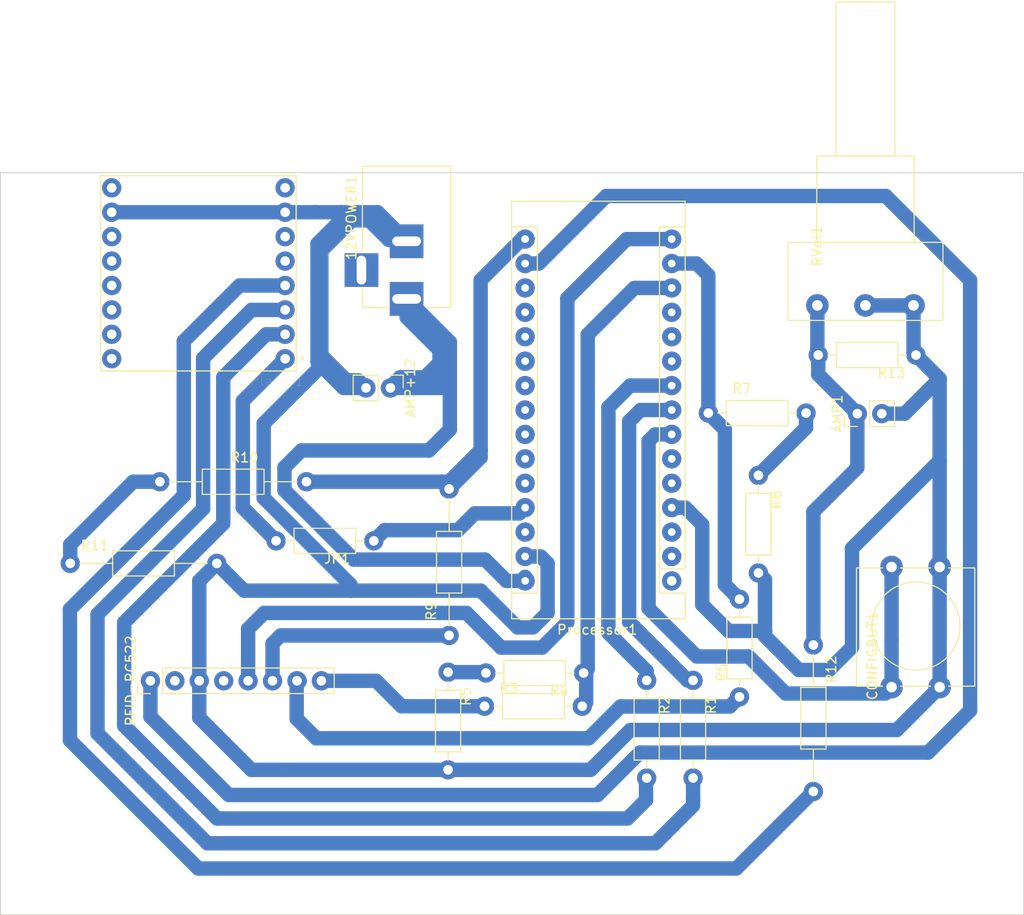
<source format=kicad_pcb>
(kicad_pcb (version 20171130) (host pcbnew "(5.1.6)-1")

  (general
    (thickness 1.6)
    (drawings 4)
    (tracks 218)
    (zones 0)
    (modules 22)
    (nets 53)
  )

  (page A4)
  (layers
    (0 F.Cu signal)
    (31 B.Cu signal)
    (32 B.Adhes user)
    (33 F.Adhes user)
    (34 B.Paste user)
    (35 F.Paste user)
    (36 B.SilkS user)
    (37 F.SilkS user)
    (38 B.Mask user)
    (39 F.Mask user)
    (40 Dwgs.User user)
    (41 Cmts.User user)
    (42 Eco1.User user)
    (43 Eco2.User user)
    (44 Edge.Cuts user)
    (45 Margin user)
    (46 B.CrtYd user)
    (47 F.CrtYd user)
    (48 B.Fab user)
    (49 F.Fab user)
  )

  (setup
    (last_trace_width 1.5)
    (user_trace_width 1.5)
    (trace_clearance 0.2)
    (zone_clearance 0.508)
    (zone_45_only no)
    (trace_min 0.2)
    (via_size 0.8)
    (via_drill 0.4)
    (via_min_size 0.4)
    (via_min_drill 0.3)
    (user_via 2 1)
    (uvia_size 0.3)
    (uvia_drill 0.1)
    (uvias_allowed no)
    (uvia_min_size 0.2)
    (uvia_min_drill 0.1)
    (edge_width 0.05)
    (segment_width 0.2)
    (pcb_text_width 0.3)
    (pcb_text_size 1.5 1.5)
    (mod_edge_width 0.12)
    (mod_text_size 1 1)
    (mod_text_width 0.15)
    (pad_size 2 2)
    (pad_drill 1)
    (pad_to_mask_clearance 0.05)
    (aux_axis_origin 0 0)
    (visible_elements 7FFFFFFF)
    (pcbplotparams
      (layerselection 0x01000_fffffffe)
      (usegerberextensions false)
      (usegerberattributes true)
      (usegerberadvancedattributes true)
      (creategerberjobfile true)
      (excludeedgelayer false)
      (linewidth 0.100000)
      (plotframeref false)
      (viasonmask false)
      (mode 1)
      (useauxorigin false)
      (hpglpennumber 1)
      (hpglpenspeed 20)
      (hpglpendiameter 15.000000)
      (psnegative false)
      (psa4output false)
      (plotreference false)
      (plotvalue false)
      (plotinvisibletext false)
      (padsonsilk true)
      (subtractmaskfromsilk false)
      (outputformat 4)
      (mirror false)
      (drillshape 1)
      (scaleselection 1)
      (outputdirectory ""))
  )

  (net 0 "")
  (net 1 12V)
  (net 2 GND)
  (net 3 "Net-(AMP1-Pad1)")
  (net 4 "Net-(CONFIGBUT1-Pad1)")
  (net 5 "Net-(DFPlayer1-Pad9)")
  (net 6 "Net-(DFPlayer1-Pad8)")
  (net 7 "Net-(DFPlayer1-Pad16)")
  (net 8 5V)
  (net 9 "Net-(DFPlayer1-Pad15)")
  (net 10 "Net-(DFPlayer1-Pad2)")
  (net 11 "Net-(DFPlayer1-Pad11)")
  (net 12 "Net-(DFPlayer1-Pad14)")
  (net 13 "Net-(DFPlayer1-Pad3)")
  (net 14 "Net-(DFPlayer1-Pad6)")
  (net 15 "Net-(DFPlayer1-Pad12)")
  (net 16 "Net-(DFPlayer1-Pad13)")
  (net 17 "Net-(DFPlayer1-Pad5)")
  (net 18 AMP)
  (net 19 "Net-(Processor1-Pad1)")
  (net 20 3.3V)
  (net 21 "Net-(Processor1-Pad2)")
  (net 22 "Net-(Processor1-Pad18)")
  (net 23 "Net-(Processor1-Pad3)")
  (net 24 "Net-(Processor1-Pad19)")
  (net 25 "Net-(Processor1-Pad20)")
  (net 26 "Net-(Processor1-Pad5)")
  (net 27 "Net-(Processor1-Pad21)")
  (net 28 "Net-(Processor1-Pad6)")
  (net 29 "Net-(Processor1-Pad22)")
  (net 30 "Net-(Processor1-Pad23)")
  (net 31 "Net-(Processor1-Pad8)")
  (net 32 "Net-(Processor1-Pad24)")
  (net 33 "Net-(Processor1-Pad9)")
  (net 34 "Net-(Processor1-Pad25)")
  (net 35 "Net-(Processor1-Pad10)")
  (net 36 "Net-(Processor1-Pad26)")
  (net 37 "Net-(Processor1-Pad11)")
  (net 38 "Net-(Processor1-Pad12)")
  (net 39 "Net-(Processor1-Pad28)")
  (net 40 D10)
  (net 41 D11)
  (net 42 MISO)
  (net 43 D13)
  (net 44 SDA)
  (net 45 "Net-(R4-Pad2)")
  (net 46 SCK)
  (net 47 "Net-(R7-Pad2)")
  (net 48 MOSI)
  (net 49 "Net-(R10-Pad2)")
  (net 50 "Net-(RFID-RC522-Pad2)")
  (net 51 "Net-(RFID-RC522-Pad4)")
  (net 52 "Net-(JP1-Pad1)")

  (net_class Default "This is the default net class."
    (clearance 0.2)
    (trace_width 0.25)
    (via_dia 0.8)
    (via_drill 0.4)
    (uvia_dia 0.3)
    (uvia_drill 0.1)
    (add_net 12V)
    (add_net 3.3V)
    (add_net 5V)
    (add_net AMP)
    (add_net D10)
    (add_net D11)
    (add_net D13)
    (add_net GND)
    (add_net MISO)
    (add_net MOSI)
    (add_net "Net-(AMP1-Pad1)")
    (add_net "Net-(CONFIGBUT1-Pad1)")
    (add_net "Net-(DFPlayer1-Pad11)")
    (add_net "Net-(DFPlayer1-Pad12)")
    (add_net "Net-(DFPlayer1-Pad13)")
    (add_net "Net-(DFPlayer1-Pad14)")
    (add_net "Net-(DFPlayer1-Pad15)")
    (add_net "Net-(DFPlayer1-Pad16)")
    (add_net "Net-(DFPlayer1-Pad2)")
    (add_net "Net-(DFPlayer1-Pad3)")
    (add_net "Net-(DFPlayer1-Pad5)")
    (add_net "Net-(DFPlayer1-Pad6)")
    (add_net "Net-(DFPlayer1-Pad8)")
    (add_net "Net-(DFPlayer1-Pad9)")
    (add_net "Net-(JP1-Pad1)")
    (add_net "Net-(Processor1-Pad1)")
    (add_net "Net-(Processor1-Pad10)")
    (add_net "Net-(Processor1-Pad11)")
    (add_net "Net-(Processor1-Pad12)")
    (add_net "Net-(Processor1-Pad18)")
    (add_net "Net-(Processor1-Pad19)")
    (add_net "Net-(Processor1-Pad2)")
    (add_net "Net-(Processor1-Pad20)")
    (add_net "Net-(Processor1-Pad21)")
    (add_net "Net-(Processor1-Pad22)")
    (add_net "Net-(Processor1-Pad23)")
    (add_net "Net-(Processor1-Pad24)")
    (add_net "Net-(Processor1-Pad25)")
    (add_net "Net-(Processor1-Pad26)")
    (add_net "Net-(Processor1-Pad28)")
    (add_net "Net-(Processor1-Pad3)")
    (add_net "Net-(Processor1-Pad5)")
    (add_net "Net-(Processor1-Pad6)")
    (add_net "Net-(Processor1-Pad8)")
    (add_net "Net-(Processor1-Pad9)")
    (add_net "Net-(R10-Pad2)")
    (add_net "Net-(R4-Pad2)")
    (add_net "Net-(R7-Pad2)")
    (add_net "Net-(RFID-RC522-Pad2)")
    (add_net "Net-(RFID-RC522-Pad4)")
    (add_net SCK)
    (add_net SDA)
  )

  (module Pin_Headers:Pin_Header_Straight_1x02_Pitch2.54mm (layer F.Cu) (tedit 59650532) (tstamp 5FCB331B)
    (at 58.02884 38.608 270)
    (descr "Through hole straight pin header, 1x02, 2.54mm pitch, single row")
    (tags "Through hole pin header THT 1x02 2.54mm single row")
    (path /5FD237FF)
    (fp_text reference AMP+12 (at 0 -2.06 90) (layer F.SilkS)
      (effects (font (size 1 1) (thickness 0.15)))
    )
    (fp_text value Conn_01x02_MountingPin (at 0 4.06 90) (layer F.Fab)
      (effects (font (size 1 1) (thickness 0.15)))
    )
    (fp_line (start 1.8 -1.8) (end -1.8 -1.8) (layer F.CrtYd) (width 0.05))
    (fp_line (start 1.8 4.35) (end 1.8 -1.8) (layer F.CrtYd) (width 0.05))
    (fp_line (start -1.8 4.35) (end 1.8 4.35) (layer F.CrtYd) (width 0.05))
    (fp_line (start -1.8 -1.8) (end -1.8 4.35) (layer F.CrtYd) (width 0.05))
    (fp_line (start -1.33 -1.33) (end 0 -1.33) (layer F.SilkS) (width 0.12))
    (fp_line (start -1.33 0) (end -1.33 -1.33) (layer F.SilkS) (width 0.12))
    (fp_line (start -1.33 1.27) (end 1.33 1.27) (layer F.SilkS) (width 0.12))
    (fp_line (start 1.33 1.27) (end 1.33 3.87) (layer F.SilkS) (width 0.12))
    (fp_line (start -1.33 1.27) (end -1.33 3.87) (layer F.SilkS) (width 0.12))
    (fp_line (start -1.33 3.87) (end 1.33 3.87) (layer F.SilkS) (width 0.12))
    (fp_line (start -1.27 -0.635) (end -0.635 -1.27) (layer F.Fab) (width 0.1))
    (fp_line (start -1.27 3.81) (end -1.27 -0.635) (layer F.Fab) (width 0.1))
    (fp_line (start 1.27 3.81) (end -1.27 3.81) (layer F.Fab) (width 0.1))
    (fp_line (start 1.27 -1.27) (end 1.27 3.81) (layer F.Fab) (width 0.1))
    (fp_line (start -0.635 -1.27) (end 1.27 -1.27) (layer F.Fab) (width 0.1))
    (fp_text user %R (at 0 1) (layer F.Fab)
      (effects (font (size 1 1) (thickness 0.15)))
    )
    (pad 1 thru_hole circle (at 0 0 270) (size 2 2) (drill 1) (layers *.Cu *.Mask)
      (net 1 12V))
    (pad 2 thru_hole circle (at 0 2.54 270) (size 2 2) (drill 1) (layers *.Cu *.Mask)
      (net 2 GND))
    (model ${KISYS3DMOD}/Pin_Headers.3dshapes/Pin_Header_Straight_1x02_Pitch2.54mm.wrl
      (at (xyz 0 0 0))
      (scale (xyz 1 1 1))
      (rotate (xyz 0 0 0))
    )
  )

  (module Resistors_THT:R_Axial_DIN0207_L6.3mm_D2.5mm_P10.16mm_Horizontal (layer F.Cu) (tedit 5874F706) (tstamp 5FCB1B95)
    (at 56.30164 54.51856 180)
    (descr "Resistor, Axial_DIN0207 series, Axial, Horizontal, pin pitch=10.16mm, 0.25W = 1/4W, length*diameter=6.3*2.5mm^2, http://cdn-reichelt.de/documents/datenblatt/B400/1_4W%23YAG.pdf")
    (tags "Resistor Axial_DIN0207 series Axial Horizontal pin pitch 10.16mm 0.25W = 1/4W length 6.3mm diameter 2.5mm")
    (path /5FCF5EDF)
    (fp_text reference JP1 (at 3.81 -1.86) (layer F.SilkS)
      (effects (font (size 1 1) (thickness 0.15)))
    )
    (fp_text value Jumper_2_Bridged (at 3.81 1.86) (layer F.Fab)
      (effects (font (size 1 1) (thickness 0.15)))
    )
    (fp_line (start 11.25 -1.6) (end -1.05 -1.6) (layer F.CrtYd) (width 0.05))
    (fp_line (start 11.25 1.6) (end 11.25 -1.6) (layer F.CrtYd) (width 0.05))
    (fp_line (start -1.05 1.6) (end 11.25 1.6) (layer F.CrtYd) (width 0.05))
    (fp_line (start -1.05 -1.6) (end -1.05 1.6) (layer F.CrtYd) (width 0.05))
    (fp_line (start 9.18 0) (end 8.29 0) (layer F.SilkS) (width 0.12))
    (fp_line (start 0.98 0) (end 1.87 0) (layer F.SilkS) (width 0.12))
    (fp_line (start 8.29 -1.31) (end 1.87 -1.31) (layer F.SilkS) (width 0.12))
    (fp_line (start 8.29 1.31) (end 8.29 -1.31) (layer F.SilkS) (width 0.12))
    (fp_line (start 1.87 1.31) (end 8.29 1.31) (layer F.SilkS) (width 0.12))
    (fp_line (start 1.87 -1.31) (end 1.87 1.31) (layer F.SilkS) (width 0.12))
    (fp_line (start 10.16 0) (end 8.23 0) (layer F.Fab) (width 0.1))
    (fp_line (start 0 0) (end 1.93 0) (layer F.Fab) (width 0.1))
    (fp_line (start 8.23 -1.25) (end 1.93 -1.25) (layer F.Fab) (width 0.1))
    (fp_line (start 8.23 1.25) (end 8.23 -1.25) (layer F.Fab) (width 0.1))
    (fp_line (start 1.93 1.25) (end 8.23 1.25) (layer F.Fab) (width 0.1))
    (fp_line (start 1.93 -1.25) (end 1.93 1.25) (layer F.Fab) (width 0.1))
    (pad 1 thru_hole circle (at 0 0 180) (size 2 2) (drill 1) (layers *.Cu *.Mask)
      (net 52 "Net-(JP1-Pad1)"))
    (pad 2 thru_hole circle (at 10.16 0 180) (size 2 2) (drill 1) (layers *.Cu *.Mask)
      (net 8 5V))
    (model ${KISYS3DMOD}/Resistors_THT.3dshapes/R_Axial_DIN0207_L6.3mm_D2.5mm_P10.16mm_Horizontal.wrl
      (at (xyz 0 0 0))
      (scale (xyz 0.393701 0.393701 0.393701))
      (rotate (xyz 0 0 0))
    )
  )

  (module Resistors_THT:R_Axial_DIN0207_L6.3mm_D2.5mm_P10.16mm_Horizontal (layer F.Cu) (tedit 5874F706) (tstamp 5FCAC99C)
    (at 84.67598 69.03466 270)
    (descr "Resistor, Axial_DIN0207 series, Axial, Horizontal, pin pitch=10.16mm, 0.25W = 1/4W, length*diameter=6.3*2.5mm^2, http://cdn-reichelt.de/documents/datenblatt/B400/1_4W%23YAG.pdf")
    (tags "Resistor Axial_DIN0207 series Axial Horizontal pin pitch 10.16mm 0.25W = 1/4W length 6.3mm diameter 2.5mm")
    (path /5FC72FB7)
    (fp_text reference R2 (at 2.54 -1.86 90) (layer F.SilkS)
      (effects (font (size 1 1) (thickness 0.15)))
    )
    (fp_text value R (at 2.54 1.86 90) (layer F.Fab)
      (effects (font (size 1 1) (thickness 0.15)))
    )
    (fp_line (start 11.25 -1.6) (end -1.05 -1.6) (layer F.CrtYd) (width 0.05))
    (fp_line (start 11.25 1.6) (end 11.25 -1.6) (layer F.CrtYd) (width 0.05))
    (fp_line (start -1.05 1.6) (end 11.25 1.6) (layer F.CrtYd) (width 0.05))
    (fp_line (start -1.05 -1.6) (end -1.05 1.6) (layer F.CrtYd) (width 0.05))
    (fp_line (start 9.18 0) (end 8.29 0) (layer F.SilkS) (width 0.12))
    (fp_line (start 0.98 0) (end 1.87 0) (layer F.SilkS) (width 0.12))
    (fp_line (start 8.29 -1.31) (end 1.87 -1.31) (layer F.SilkS) (width 0.12))
    (fp_line (start 8.29 1.31) (end 8.29 -1.31) (layer F.SilkS) (width 0.12))
    (fp_line (start 1.87 1.31) (end 8.29 1.31) (layer F.SilkS) (width 0.12))
    (fp_line (start 1.87 -1.31) (end 1.87 1.31) (layer F.SilkS) (width 0.12))
    (fp_line (start 10.16 0) (end 8.23 0) (layer F.Fab) (width 0.1))
    (fp_line (start 0 0) (end 1.93 0) (layer F.Fab) (width 0.1))
    (fp_line (start 8.23 -1.25) (end 1.93 -1.25) (layer F.Fab) (width 0.1))
    (fp_line (start 8.23 1.25) (end 8.23 -1.25) (layer F.Fab) (width 0.1))
    (fp_line (start 1.93 1.25) (end 8.23 1.25) (layer F.Fab) (width 0.1))
    (fp_line (start 1.93 -1.25) (end 1.93 1.25) (layer F.Fab) (width 0.1))
    (pad 1 thru_hole circle (at 0 0 270) (size 2 2) (drill 1) (layers *.Cu *.Mask)
      (net 33 "Net-(Processor1-Pad9)"))
    (pad 2 thru_hole circle (at 10.16 0 270) (size 2 2) (drill 1) (layers *.Cu *.Mask)
      (net 10 "Net-(DFPlayer1-Pad2)"))
    (model ${KISYS3DMOD}/Resistors_THT.3dshapes/R_Axial_DIN0207_L6.3mm_D2.5mm_P10.16mm_Horizontal.wrl
      (at (xyz 0 0 0))
      (scale (xyz 0.393701 0.393701 0.393701))
      (rotate (xyz 0 0 0))
    )
  )

  (module Resistors_THT:R_Axial_DIN0207_L6.3mm_D2.5mm_P10.16mm_Horizontal (layer F.Cu) (tedit 5874F706) (tstamp 5FCAC9DB)
    (at 89.50198 69.03466 270)
    (descr "Resistor, Axial_DIN0207 series, Axial, Horizontal, pin pitch=10.16mm, 0.25W = 1/4W, length*diameter=6.3*2.5mm^2, http://cdn-reichelt.de/documents/datenblatt/B400/1_4W%23YAG.pdf")
    (tags "Resistor Axial_DIN0207 series Axial Horizontal pin pitch 10.16mm 0.25W = 1/4W length 6.3mm diameter 2.5mm")
    (path /5FC72702)
    (fp_text reference R1 (at 2.54 -1.86 90) (layer F.SilkS)
      (effects (font (size 1 1) (thickness 0.15)))
    )
    (fp_text value R (at 2.54 1.86 90) (layer F.Fab)
      (effects (font (size 1 1) (thickness 0.15)))
    )
    (fp_line (start 11.25 -1.6) (end -1.05 -1.6) (layer F.CrtYd) (width 0.05))
    (fp_line (start 11.25 1.6) (end 11.25 -1.6) (layer F.CrtYd) (width 0.05))
    (fp_line (start -1.05 1.6) (end 11.25 1.6) (layer F.CrtYd) (width 0.05))
    (fp_line (start -1.05 -1.6) (end -1.05 1.6) (layer F.CrtYd) (width 0.05))
    (fp_line (start 9.18 0) (end 8.29 0) (layer F.SilkS) (width 0.12))
    (fp_line (start 0.98 0) (end 1.87 0) (layer F.SilkS) (width 0.12))
    (fp_line (start 8.29 -1.31) (end 1.87 -1.31) (layer F.SilkS) (width 0.12))
    (fp_line (start 8.29 1.31) (end 8.29 -1.31) (layer F.SilkS) (width 0.12))
    (fp_line (start 1.87 1.31) (end 8.29 1.31) (layer F.SilkS) (width 0.12))
    (fp_line (start 1.87 -1.31) (end 1.87 1.31) (layer F.SilkS) (width 0.12))
    (fp_line (start 10.16 0) (end 8.23 0) (layer F.Fab) (width 0.1))
    (fp_line (start 0 0) (end 1.93 0) (layer F.Fab) (width 0.1))
    (fp_line (start 8.23 -1.25) (end 1.93 -1.25) (layer F.Fab) (width 0.1))
    (fp_line (start 8.23 1.25) (end 8.23 -1.25) (layer F.Fab) (width 0.1))
    (fp_line (start 1.93 1.25) (end 8.23 1.25) (layer F.Fab) (width 0.1))
    (fp_line (start 1.93 -1.25) (end 1.93 1.25) (layer F.Fab) (width 0.1))
    (pad 1 thru_hole circle (at 0 0 270) (size 2 2) (drill 1) (layers *.Cu *.Mask)
      (net 31 "Net-(Processor1-Pad8)"))
    (pad 2 thru_hole circle (at 10.16 0 270) (size 2 2) (drill 1) (layers *.Cu *.Mask)
      (net 13 "Net-(DFPlayer1-Pad3)"))
    (model ${KISYS3DMOD}/Resistors_THT.3dshapes/R_Axial_DIN0207_L6.3mm_D2.5mm_P10.16mm_Horizontal.wrl
      (at (xyz 0 0 0))
      (scale (xyz 0.393701 0.393701 0.393701))
      (rotate (xyz 0 0 0))
    )
  )

  (module rfid-player:MODULE_DFR0299 (layer F.Cu) (tedit 5FCA616D) (tstamp 5FC71A7A)
    (at 38.06698 26.68016 180)
    (path /5FC6BA2A)
    (fp_text reference DFPlayer1 (at -7.225 -11.235) (layer F.SilkS)
      (effects (font (size 1 1) (thickness 0.015)))
    )
    (fp_text value DFR0299 (at -1.51 11.065) (layer F.Fab)
      (effects (font (size 1 1) (thickness 0.015)))
    )
    (fp_circle (center -10.8 -8.89) (end -10.7 -8.89) (layer F.SilkS) (width 0.2))
    (fp_circle (center -10.8 -8.89) (end -10.7 -8.89) (layer F.Fab) (width 0.2))
    (fp_line (start -10.41 10.41) (end -10.41 -10.41) (layer F.CrtYd) (width 0.05))
    (fp_line (start 10.41 10.41) (end -10.41 10.41) (layer F.CrtYd) (width 0.05))
    (fp_line (start 10.41 -10.41) (end 10.41 10.41) (layer F.CrtYd) (width 0.05))
    (fp_line (start -10.41 -10.41) (end 10.41 -10.41) (layer F.CrtYd) (width 0.05))
    (fp_line (start -10.16 -10.16) (end 10.16 -10.16) (layer F.Fab) (width 0.127))
    (fp_line (start -10.16 10.16) (end -10.16 -10.16) (layer F.Fab) (width 0.127))
    (fp_line (start 10.16 10.16) (end -10.16 10.16) (layer F.Fab) (width 0.127))
    (fp_line (start 10.16 -10.16) (end 10.16 10.16) (layer F.Fab) (width 0.127))
    (fp_line (start 10.16 10.16) (end -10.16 10.16) (layer F.SilkS) (width 0.127))
    (fp_line (start 10.16 -10.16) (end 10.16 10.16) (layer F.SilkS) (width 0.127))
    (fp_line (start -10.16 -10.16) (end 10.16 -10.16) (layer F.SilkS) (width 0.127))
    (fp_line (start -10.16 10.16) (end -10.16 -10.16) (layer F.SilkS) (width 0.127))
    (pad 9 thru_hole circle (at 9.017 8.89 180) (size 2 2) (drill 1) (layers *.Cu *.Mask)
      (net 5 "Net-(DFPlayer1-Pad9)"))
    (pad 8 thru_hole circle (at -9.017 8.89 180) (size 2 2) (drill 1) (layers *.Cu *.Mask)
      (net 6 "Net-(DFPlayer1-Pad8)"))
    (pad 16 thru_hole circle (at 9.017 -8.89 180) (size 2 2) (drill 1) (layers *.Cu *.Mask)
      (net 7 "Net-(DFPlayer1-Pad16)"))
    (pad 1 thru_hole circle (at -9.017 -8.89 180) (size 2 2) (drill 1) (layers *.Cu *.Mask)
      (net 8 5V))
    (pad 10 thru_hole circle (at 9.017 6.35 180) (size 2 2) (drill 1) (layers *.Cu *.Mask)
      (net 2 GND))
    (pad 7 thru_hole circle (at -9.017 6.35 180) (size 2 2) (drill 1) (layers *.Cu *.Mask)
      (net 2 GND))
    (pad 15 thru_hole circle (at 9.017 -6.35 180) (size 2 2) (drill 1) (layers *.Cu *.Mask)
      (net 9 "Net-(DFPlayer1-Pad15)"))
    (pad 2 thru_hole circle (at -9.017 -6.35 180) (size 2 2) (drill 1) (layers *.Cu *.Mask)
      (net 10 "Net-(DFPlayer1-Pad2)"))
    (pad 11 thru_hole circle (at 9.017 3.81 180) (size 2 2) (drill 1) (layers *.Cu *.Mask)
      (net 11 "Net-(DFPlayer1-Pad11)"))
    (pad 14 thru_hole circle (at 9.017 -3.81 180) (size 2 2) (drill 1) (layers *.Cu *.Mask)
      (net 12 "Net-(DFPlayer1-Pad14)"))
    (pad 3 thru_hole circle (at -9.017 -3.81 180) (size 2 2) (drill 1) (layers *.Cu *.Mask)
      (net 13 "Net-(DFPlayer1-Pad3)"))
    (pad 6 thru_hole circle (at -9.017 3.81 180) (size 2 2) (drill 1) (layers *.Cu *.Mask)
      (net 14 "Net-(DFPlayer1-Pad6)"))
    (pad 12 thru_hole circle (at 9.017 1.27 180) (size 2 2) (drill 1) (layers *.Cu *.Mask)
      (net 15 "Net-(DFPlayer1-Pad12)"))
    (pad 13 thru_hole circle (at 9.017 -1.27 180) (size 2 2) (drill 1) (layers *.Cu *.Mask)
      (net 16 "Net-(DFPlayer1-Pad13)"))
    (pad 5 thru_hole circle (at -9.017 1.27 180) (size 2 2) (drill 1) (layers *.Cu *.Mask)
      (net 17 "Net-(DFPlayer1-Pad5)"))
    (pad 4 thru_hole circle (at -9.017 -1.27 180) (size 2 2) (drill 1) (layers *.Cu *.Mask)
      (net 18 AMP))
  )

  (module Resistors_THT:R_Axial_DIN0207_L6.3mm_D2.5mm_P15.24mm_Horizontal (layer F.Cu) (tedit 5874F706) (tstamp 5FCAC4A6)
    (at 49.3014 48.36668 180)
    (descr "Resistor, Axial_DIN0207 series, Axial, Horizontal, pin pitch=15.24mm, 0.25W = 1/4W, length*diameter=6.3*2.5mm^2, http://cdn-reichelt.de/documents/datenblatt/B400/1_4W%23YAG.pdf")
    (tags "Resistor Axial_DIN0207 series Axial Horizontal pin pitch 15.24mm 0.25W = 1/4W length 6.3mm diameter 2.5mm")
    (path /5FC95F5C)
    (fp_text reference R10 (at 6.44652 2.51968 180) (layer F.SilkS)
      (effects (font (size 1 1) (thickness 0.15)))
    )
    (fp_text value R (at 3.7084 2.51968) (layer F.Fab)
      (effects (font (size 1 1) (thickness 0.15)))
    )
    (fp_line (start 16.3 -1.6) (end -1.05 -1.6) (layer F.CrtYd) (width 0.05))
    (fp_line (start 16.3 1.6) (end 16.3 -1.6) (layer F.CrtYd) (width 0.05))
    (fp_line (start -1.05 1.6) (end 16.3 1.6) (layer F.CrtYd) (width 0.05))
    (fp_line (start -1.05 -1.6) (end -1.05 1.6) (layer F.CrtYd) (width 0.05))
    (fp_line (start 14.26 0) (end 10.83 0) (layer F.SilkS) (width 0.12))
    (fp_line (start 0.98 0) (end 4.41 0) (layer F.SilkS) (width 0.12))
    (fp_line (start 10.83 -1.31) (end 4.41 -1.31) (layer F.SilkS) (width 0.12))
    (fp_line (start 10.83 1.31) (end 10.83 -1.31) (layer F.SilkS) (width 0.12))
    (fp_line (start 4.41 1.31) (end 10.83 1.31) (layer F.SilkS) (width 0.12))
    (fp_line (start 4.41 -1.31) (end 4.41 1.31) (layer F.SilkS) (width 0.12))
    (fp_line (start 15.24 0) (end 10.77 0) (layer F.Fab) (width 0.1))
    (fp_line (start 0 0) (end 4.47 0) (layer F.Fab) (width 0.1))
    (fp_line (start 10.77 -1.25) (end 4.47 -1.25) (layer F.Fab) (width 0.1))
    (fp_line (start 10.77 1.25) (end 10.77 -1.25) (layer F.Fab) (width 0.1))
    (fp_line (start 4.47 1.25) (end 10.77 1.25) (layer F.Fab) (width 0.1))
    (fp_line (start 4.47 -1.25) (end 4.47 1.25) (layer F.Fab) (width 0.1))
    (pad 1 thru_hole circle (at 0 0 180) (size 2 2) (drill 1) (layers *.Cu *.Mask)
      (net 43 D13))
    (pad 2 thru_hole circle (at 15.24 0 180) (size 2 2) (drill 1) (layers *.Cu *.Mask)
      (net 49 "Net-(R10-Pad2)"))
    (model ${KISYS3DMOD}/Resistors_THT.3dshapes/R_Axial_DIN0207_L6.3mm_D2.5mm_P15.24mm_Horizontal.wrl
      (at (xyz 0 0 0))
      (scale (xyz 0.393701 0.393701 0.393701))
      (rotate (xyz 0 0 0))
    )
  )

  (module Resistors_THT:R_Axial_DIN0207_L6.3mm_D2.5mm_P15.24mm_Horizontal (layer F.Cu) (tedit 5874F706) (tstamp 5FCAF553)
    (at 24.7396 56.86044)
    (descr "Resistor, Axial_DIN0207 series, Axial, Horizontal, pin pitch=15.24mm, 0.25W = 1/4W, length*diameter=6.3*2.5mm^2, http://cdn-reichelt.de/documents/datenblatt/B400/1_4W%23YAG.pdf")
    (tags "Resistor Axial_DIN0207 series Axial Horizontal pin pitch 15.24mm 0.25W = 1/4W length 6.3mm diameter 2.5mm")
    (path /5FC95F62)
    (fp_text reference R11 (at 2.54 -1.86) (layer F.SilkS)
      (effects (font (size 1 1) (thickness 0.15)))
    )
    (fp_text value R (at 2.54 1.86) (layer F.Fab)
      (effects (font (size 1 1) (thickness 0.15)))
    )
    (fp_line (start 16.3 -1.6) (end -1.05 -1.6) (layer F.CrtYd) (width 0.05))
    (fp_line (start 16.3 1.6) (end 16.3 -1.6) (layer F.CrtYd) (width 0.05))
    (fp_line (start -1.05 1.6) (end 16.3 1.6) (layer F.CrtYd) (width 0.05))
    (fp_line (start -1.05 -1.6) (end -1.05 1.6) (layer F.CrtYd) (width 0.05))
    (fp_line (start 14.26 0) (end 10.83 0) (layer F.SilkS) (width 0.12))
    (fp_line (start 0.98 0) (end 4.41 0) (layer F.SilkS) (width 0.12))
    (fp_line (start 10.83 -1.31) (end 4.41 -1.31) (layer F.SilkS) (width 0.12))
    (fp_line (start 10.83 1.31) (end 10.83 -1.31) (layer F.SilkS) (width 0.12))
    (fp_line (start 4.41 1.31) (end 10.83 1.31) (layer F.SilkS) (width 0.12))
    (fp_line (start 4.41 -1.31) (end 4.41 1.31) (layer F.SilkS) (width 0.12))
    (fp_line (start 15.24 0) (end 10.77 0) (layer F.Fab) (width 0.1))
    (fp_line (start 0 0) (end 4.47 0) (layer F.Fab) (width 0.1))
    (fp_line (start 10.77 -1.25) (end 4.47 -1.25) (layer F.Fab) (width 0.1))
    (fp_line (start 10.77 1.25) (end 10.77 -1.25) (layer F.Fab) (width 0.1))
    (fp_line (start 4.47 1.25) (end 10.77 1.25) (layer F.Fab) (width 0.1))
    (fp_line (start 4.47 -1.25) (end 4.47 1.25) (layer F.Fab) (width 0.1))
    (pad 1 thru_hole circle (at 0 0) (size 2 2) (drill 1) (layers *.Cu *.Mask)
      (net 49 "Net-(R10-Pad2)"))
    (pad 2 thru_hole circle (at 15.24 0) (size 2 2) (drill 1) (layers *.Cu *.Mask)
      (net 2 GND))
    (model ${KISYS3DMOD}/Resistors_THT.3dshapes/R_Axial_DIN0207_L6.3mm_D2.5mm_P15.24mm_Horizontal.wrl
      (at (xyz 0 0 0))
      (scale (xyz 0.393701 0.393701 0.393701))
      (rotate (xyz 0 0 0))
    )
  )

  (module Resistors_THT:R_Axial_DIN0207_L6.3mm_D2.5mm_P15.24mm_Horizontal (layer F.Cu) (tedit 5874F706) (tstamp 5FCB082A)
    (at 64.135 64.35852 90)
    (descr "Resistor, Axial_DIN0207 series, Axial, Horizontal, pin pitch=15.24mm, 0.25W = 1/4W, length*diameter=6.3*2.5mm^2, http://cdn-reichelt.de/documents/datenblatt/B400/1_4W%23YAG.pdf")
    (tags "Resistor Axial_DIN0207 series Axial Horizontal pin pitch 15.24mm 0.25W = 1/4W length 6.3mm diameter 2.5mm")
    (path /5FC95F68)
    (fp_text reference R9 (at 2.54 -1.86 90) (layer F.SilkS)
      (effects (font (size 1 1) (thickness 0.15)))
    )
    (fp_text value R (at 2.54 1.86 315) (layer F.Fab)
      (effects (font (size 1 1) (thickness 0.15)))
    )
    (fp_line (start 16.3 -1.6) (end -1.05 -1.6) (layer F.CrtYd) (width 0.05))
    (fp_line (start 16.3 1.6) (end 16.3 -1.6) (layer F.CrtYd) (width 0.05))
    (fp_line (start -1.05 1.6) (end 16.3 1.6) (layer F.CrtYd) (width 0.05))
    (fp_line (start -1.05 -1.6) (end -1.05 1.6) (layer F.CrtYd) (width 0.05))
    (fp_line (start 14.26 0) (end 10.83 0) (layer F.SilkS) (width 0.12))
    (fp_line (start 0.98 0) (end 4.41 0) (layer F.SilkS) (width 0.12))
    (fp_line (start 10.83 -1.31) (end 4.41 -1.31) (layer F.SilkS) (width 0.12))
    (fp_line (start 10.83 1.31) (end 10.83 -1.31) (layer F.SilkS) (width 0.12))
    (fp_line (start 4.41 1.31) (end 10.83 1.31) (layer F.SilkS) (width 0.12))
    (fp_line (start 4.41 -1.31) (end 4.41 1.31) (layer F.SilkS) (width 0.12))
    (fp_line (start 15.24 0) (end 10.77 0) (layer F.Fab) (width 0.1))
    (fp_line (start 0 0) (end 4.47 0) (layer F.Fab) (width 0.1))
    (fp_line (start 10.77 -1.25) (end 4.47 -1.25) (layer F.Fab) (width 0.1))
    (fp_line (start 10.77 1.25) (end 10.77 -1.25) (layer F.Fab) (width 0.1))
    (fp_line (start 4.47 1.25) (end 10.77 1.25) (layer F.Fab) (width 0.1))
    (fp_line (start 4.47 -1.25) (end 4.47 1.25) (layer F.Fab) (width 0.1))
    (pad 1 thru_hole circle (at 0 0 90) (size 2 2) (drill 1) (layers *.Cu *.Mask)
      (net 48 MOSI))
    (pad 2 thru_hole circle (at 15.24 0 90) (size 2 2) (drill 1) (layers *.Cu *.Mask)
      (net 43 D13))
    (model ${KISYS3DMOD}/Resistors_THT.3dshapes/R_Axial_DIN0207_L6.3mm_D2.5mm_P15.24mm_Horizontal.wrl
      (at (xyz 0 0 0))
      (scale (xyz 0.393701 0.393701 0.393701))
      (rotate (xyz 0 0 0))
    )
  )

  (module Resistors_THT:R_Axial_DIN0207_L6.3mm_D2.5mm_P15.24mm_Horizontal (layer F.Cu) (tedit 5874F706) (tstamp 5FC71AA1)
    (at 102.01148 65.35166 270)
    (descr "Resistor, Axial_DIN0207 series, Axial, Horizontal, pin pitch=15.24mm, 0.25W = 1/4W, length*diameter=6.3*2.5mm^2, http://cdn-reichelt.de/documents/datenblatt/B400/1_4W%23YAG.pdf")
    (tags "Resistor Axial_DIN0207 series Axial Horizontal pin pitch 15.24mm 0.25W = 1/4W length 6.3mm diameter 2.5mm")
    (path /5FC9B001)
    (fp_text reference R12 (at 2.54 -1.86 90) (layer F.SilkS)
      (effects (font (size 1 1) (thickness 0.15)))
    )
    (fp_text value R (at 2.54 1.86 90) (layer F.Fab)
      (effects (font (size 1 1) (thickness 0.15)))
    )
    (fp_line (start 16.3 -1.6) (end -1.05 -1.6) (layer F.CrtYd) (width 0.05))
    (fp_line (start 16.3 1.6) (end 16.3 -1.6) (layer F.CrtYd) (width 0.05))
    (fp_line (start -1.05 1.6) (end 16.3 1.6) (layer F.CrtYd) (width 0.05))
    (fp_line (start -1.05 -1.6) (end -1.05 1.6) (layer F.CrtYd) (width 0.05))
    (fp_line (start 14.26 0) (end 10.83 0) (layer F.SilkS) (width 0.12))
    (fp_line (start 0.98 0) (end 4.41 0) (layer F.SilkS) (width 0.12))
    (fp_line (start 10.83 -1.31) (end 4.41 -1.31) (layer F.SilkS) (width 0.12))
    (fp_line (start 10.83 1.31) (end 10.83 -1.31) (layer F.SilkS) (width 0.12))
    (fp_line (start 4.41 1.31) (end 10.83 1.31) (layer F.SilkS) (width 0.12))
    (fp_line (start 4.41 -1.31) (end 4.41 1.31) (layer F.SilkS) (width 0.12))
    (fp_line (start 15.24 0) (end 10.77 0) (layer F.Fab) (width 0.1))
    (fp_line (start 0 0) (end 4.47 0) (layer F.Fab) (width 0.1))
    (fp_line (start 10.77 -1.25) (end 4.47 -1.25) (layer F.Fab) (width 0.1))
    (fp_line (start 10.77 1.25) (end 10.77 -1.25) (layer F.Fab) (width 0.1))
    (fp_line (start 4.47 1.25) (end 10.77 1.25) (layer F.Fab) (width 0.1))
    (fp_line (start 4.47 -1.25) (end 4.47 1.25) (layer F.Fab) (width 0.1))
    (pad 1 thru_hole circle (at 0 0 270) (size 2 2) (drill 1) (layers *.Cu *.Mask)
      (net 3 "Net-(AMP1-Pad1)"))
    (pad 2 thru_hole circle (at 15.24 0 270) (size 2 2) (drill 1) (layers *.Cu *.Mask)
      (net 18 AMP))
    (model ${KISYS3DMOD}/Resistors_THT.3dshapes/R_Axial_DIN0207_L6.3mm_D2.5mm_P15.24mm_Horizontal.wrl
      (at (xyz 0 0 0))
      (scale (xyz 0.393701 0.393701 0.393701))
      (rotate (xyz 0 0 0))
    )
  )

  (module Resistors_THT:R_Axial_DIN0207_L6.3mm_D2.5mm_P10.16mm_Horizontal (layer F.Cu) (tedit 5874F706) (tstamp 5FCAC5A2)
    (at 78.12024 68.26504 180)
    (descr "Resistor, Axial_DIN0207 series, Axial, Horizontal, pin pitch=10.16mm, 0.25W = 1/4W, length*diameter=6.3*2.5mm^2, http://cdn-reichelt.de/documents/datenblatt/B400/1_4W%23YAG.pdf")
    (tags "Resistor Axial_DIN0207 series Axial Horizontal pin pitch 10.16mm 0.25W = 1/4W length 6.3mm diameter 2.5mm")
    (path /5FC916AC)
    (fp_text reference R4 (at 2.54 -1.86) (layer F.SilkS)
      (effects (font (size 1 1) (thickness 0.15)))
    )
    (fp_text value R (at 2.54 1.86) (layer F.Fab)
      (effects (font (size 1 1) (thickness 0.15)))
    )
    (fp_line (start 11.25 -1.6) (end -1.05 -1.6) (layer F.CrtYd) (width 0.05))
    (fp_line (start 11.25 1.6) (end 11.25 -1.6) (layer F.CrtYd) (width 0.05))
    (fp_line (start -1.05 1.6) (end 11.25 1.6) (layer F.CrtYd) (width 0.05))
    (fp_line (start -1.05 -1.6) (end -1.05 1.6) (layer F.CrtYd) (width 0.05))
    (fp_line (start 9.18 0) (end 8.29 0) (layer F.SilkS) (width 0.12))
    (fp_line (start 0.98 0) (end 1.87 0) (layer F.SilkS) (width 0.12))
    (fp_line (start 8.29 -1.31) (end 1.87 -1.31) (layer F.SilkS) (width 0.12))
    (fp_line (start 8.29 1.31) (end 8.29 -1.31) (layer F.SilkS) (width 0.12))
    (fp_line (start 1.87 1.31) (end 8.29 1.31) (layer F.SilkS) (width 0.12))
    (fp_line (start 1.87 -1.31) (end 1.87 1.31) (layer F.SilkS) (width 0.12))
    (fp_line (start 10.16 0) (end 8.23 0) (layer F.Fab) (width 0.1))
    (fp_line (start 0 0) (end 1.93 0) (layer F.Fab) (width 0.1))
    (fp_line (start 8.23 -1.25) (end 1.93 -1.25) (layer F.Fab) (width 0.1))
    (fp_line (start 8.23 1.25) (end 8.23 -1.25) (layer F.Fab) (width 0.1))
    (fp_line (start 1.93 1.25) (end 8.23 1.25) (layer F.Fab) (width 0.1))
    (fp_line (start 1.93 -1.25) (end 1.93 1.25) (layer F.Fab) (width 0.1))
    (pad 1 thru_hole circle (at 0 0 180) (size 2 2) (drill 1) (layers *.Cu *.Mask)
      (net 40 D10))
    (pad 2 thru_hole circle (at 10.16 0 180) (size 2 2) (drill 1) (layers *.Cu *.Mask)
      (net 45 "Net-(R4-Pad2)"))
    (model ${KISYS3DMOD}/Resistors_THT.3dshapes/R_Axial_DIN0207_L6.3mm_D2.5mm_P10.16mm_Horizontal.wrl
      (at (xyz 0 0 0))
      (scale (xyz 0.393701 0.393701 0.393701))
      (rotate (xyz 0 0 0))
    )
  )

  (module Resistors_THT:R_Axial_DIN0207_L6.3mm_D2.5mm_P10.16mm_Horizontal (layer F.Cu) (tedit 5874F706) (tstamp 5FCAC524)
    (at 67.818 71.72452)
    (descr "Resistor, Axial_DIN0207 series, Axial, Horizontal, pin pitch=10.16mm, 0.25W = 1/4W, length*diameter=6.3*2.5mm^2, http://cdn-reichelt.de/documents/datenblatt/B400/1_4W%23YAG.pdf")
    (tags "Resistor Axial_DIN0207 series Axial Horizontal pin pitch 10.16mm 0.25W = 1/4W length 6.3mm diameter 2.5mm")
    (path /5FC91E0F)
    (fp_text reference R3 (at 2.54 -1.86) (layer F.SilkS)
      (effects (font (size 1 1) (thickness 0.15)))
    )
    (fp_text value R (at 2.54 1.86) (layer F.Fab)
      (effects (font (size 1 1) (thickness 0.15)))
    )
    (fp_line (start 11.25 -1.6) (end -1.05 -1.6) (layer F.CrtYd) (width 0.05))
    (fp_line (start 11.25 1.6) (end 11.25 -1.6) (layer F.CrtYd) (width 0.05))
    (fp_line (start -1.05 1.6) (end 11.25 1.6) (layer F.CrtYd) (width 0.05))
    (fp_line (start -1.05 -1.6) (end -1.05 1.6) (layer F.CrtYd) (width 0.05))
    (fp_line (start 9.18 0) (end 8.29 0) (layer F.SilkS) (width 0.12))
    (fp_line (start 0.98 0) (end 1.87 0) (layer F.SilkS) (width 0.12))
    (fp_line (start 8.29 -1.31) (end 1.87 -1.31) (layer F.SilkS) (width 0.12))
    (fp_line (start 8.29 1.31) (end 8.29 -1.31) (layer F.SilkS) (width 0.12))
    (fp_line (start 1.87 1.31) (end 8.29 1.31) (layer F.SilkS) (width 0.12))
    (fp_line (start 1.87 -1.31) (end 1.87 1.31) (layer F.SilkS) (width 0.12))
    (fp_line (start 10.16 0) (end 8.23 0) (layer F.Fab) (width 0.1))
    (fp_line (start 0 0) (end 1.93 0) (layer F.Fab) (width 0.1))
    (fp_line (start 8.23 -1.25) (end 1.93 -1.25) (layer F.Fab) (width 0.1))
    (fp_line (start 8.23 1.25) (end 8.23 -1.25) (layer F.Fab) (width 0.1))
    (fp_line (start 1.93 1.25) (end 8.23 1.25) (layer F.Fab) (width 0.1))
    (fp_line (start 1.93 -1.25) (end 1.93 1.25) (layer F.Fab) (width 0.1))
    (pad 1 thru_hole circle (at 0 0) (size 2 2) (drill 1) (layers *.Cu *.Mask)
      (net 44 SDA))
    (pad 2 thru_hole circle (at 10.16 0) (size 2 2) (drill 1) (layers *.Cu *.Mask)
      (net 40 D10))
    (model ${KISYS3DMOD}/Resistors_THT.3dshapes/R_Axial_DIN0207_L6.3mm_D2.5mm_P10.16mm_Horizontal.wrl
      (at (xyz 0 0 0))
      (scale (xyz 0.393701 0.393701 0.393701))
      (rotate (xyz 0 0 0))
    )
  )

  (module Resistors_THT:R_Axial_DIN0207_L6.3mm_D2.5mm_P10.16mm_Horizontal (layer F.Cu) (tedit 5874F706) (tstamp 5FCAC563)
    (at 64.02832 68.17868 270)
    (descr "Resistor, Axial_DIN0207 series, Axial, Horizontal, pin pitch=10.16mm, 0.25W = 1/4W, length*diameter=6.3*2.5mm^2, http://cdn-reichelt.de/documents/datenblatt/B400/1_4W%23YAG.pdf")
    (tags "Resistor Axial_DIN0207 series Axial Horizontal pin pitch 10.16mm 0.25W = 1/4W length 6.3mm diameter 2.5mm")
    (path /5FC91BBF)
    (fp_text reference R5 (at 2.54 -1.86 90) (layer F.SilkS)
      (effects (font (size 1 1) (thickness 0.15)))
    )
    (fp_text value R (at 2.54 1.86 90) (layer F.Fab)
      (effects (font (size 1 1) (thickness 0.15)))
    )
    (fp_line (start 11.25 -1.6) (end -1.05 -1.6) (layer F.CrtYd) (width 0.05))
    (fp_line (start 11.25 1.6) (end 11.25 -1.6) (layer F.CrtYd) (width 0.05))
    (fp_line (start -1.05 1.6) (end 11.25 1.6) (layer F.CrtYd) (width 0.05))
    (fp_line (start -1.05 -1.6) (end -1.05 1.6) (layer F.CrtYd) (width 0.05))
    (fp_line (start 9.18 0) (end 8.29 0) (layer F.SilkS) (width 0.12))
    (fp_line (start 0.98 0) (end 1.87 0) (layer F.SilkS) (width 0.12))
    (fp_line (start 8.29 -1.31) (end 1.87 -1.31) (layer F.SilkS) (width 0.12))
    (fp_line (start 8.29 1.31) (end 8.29 -1.31) (layer F.SilkS) (width 0.12))
    (fp_line (start 1.87 1.31) (end 8.29 1.31) (layer F.SilkS) (width 0.12))
    (fp_line (start 1.87 -1.31) (end 1.87 1.31) (layer F.SilkS) (width 0.12))
    (fp_line (start 10.16 0) (end 8.23 0) (layer F.Fab) (width 0.1))
    (fp_line (start 0 0) (end 1.93 0) (layer F.Fab) (width 0.1))
    (fp_line (start 8.23 -1.25) (end 1.93 -1.25) (layer F.Fab) (width 0.1))
    (fp_line (start 8.23 1.25) (end 8.23 -1.25) (layer F.Fab) (width 0.1))
    (fp_line (start 1.93 1.25) (end 8.23 1.25) (layer F.Fab) (width 0.1))
    (fp_line (start 1.93 -1.25) (end 1.93 1.25) (layer F.Fab) (width 0.1))
    (pad 1 thru_hole circle (at 0 0 270) (size 2 2) (drill 1) (layers *.Cu *.Mask)
      (net 45 "Net-(R4-Pad2)"))
    (pad 2 thru_hole circle (at 10.16 0 270) (size 2 2) (drill 1) (layers *.Cu *.Mask)
      (net 2 GND))
    (model ${KISYS3DMOD}/Resistors_THT.3dshapes/R_Axial_DIN0207_L6.3mm_D2.5mm_P10.16mm_Horizontal.wrl
      (at (xyz 0 0 0))
      (scale (xyz 0.393701 0.393701 0.393701))
      (rotate (xyz 0 0 0))
    )
  )

  (module Resistors_THT:R_Axial_DIN0207_L6.3mm_D2.5mm_P10.16mm_Horizontal (layer F.Cu) (tedit 5874F706) (tstamp 5FCAC4E5)
    (at 94.32798 70.74916 90)
    (descr "Resistor, Axial_DIN0207 series, Axial, Horizontal, pin pitch=10.16mm, 0.25W = 1/4W, length*diameter=6.3*2.5mm^2, http://cdn-reichelt.de/documents/datenblatt/B400/1_4W%23YAG.pdf")
    (tags "Resistor Axial_DIN0207 series Axial Horizontal pin pitch 10.16mm 0.25W = 1/4W length 6.3mm diameter 2.5mm")
    (path /5FC952C6)
    (fp_text reference R6 (at 2.54 -1.86 90) (layer F.SilkS)
      (effects (font (size 1 1) (thickness 0.15)))
    )
    (fp_text value R (at 2.54 1.86 90) (layer F.Fab)
      (effects (font (size 1 1) (thickness 0.15)))
    )
    (fp_line (start 11.25 -1.6) (end -1.05 -1.6) (layer F.CrtYd) (width 0.05))
    (fp_line (start 11.25 1.6) (end 11.25 -1.6) (layer F.CrtYd) (width 0.05))
    (fp_line (start -1.05 1.6) (end 11.25 1.6) (layer F.CrtYd) (width 0.05))
    (fp_line (start -1.05 -1.6) (end -1.05 1.6) (layer F.CrtYd) (width 0.05))
    (fp_line (start 9.18 0) (end 8.29 0) (layer F.SilkS) (width 0.12))
    (fp_line (start 0.98 0) (end 1.87 0) (layer F.SilkS) (width 0.12))
    (fp_line (start 8.29 -1.31) (end 1.87 -1.31) (layer F.SilkS) (width 0.12))
    (fp_line (start 8.29 1.31) (end 8.29 -1.31) (layer F.SilkS) (width 0.12))
    (fp_line (start 1.87 1.31) (end 8.29 1.31) (layer F.SilkS) (width 0.12))
    (fp_line (start 1.87 -1.31) (end 1.87 1.31) (layer F.SilkS) (width 0.12))
    (fp_line (start 10.16 0) (end 8.23 0) (layer F.Fab) (width 0.1))
    (fp_line (start 0 0) (end 1.93 0) (layer F.Fab) (width 0.1))
    (fp_line (start 8.23 -1.25) (end 1.93 -1.25) (layer F.Fab) (width 0.1))
    (fp_line (start 8.23 1.25) (end 8.23 -1.25) (layer F.Fab) (width 0.1))
    (fp_line (start 1.93 1.25) (end 8.23 1.25) (layer F.Fab) (width 0.1))
    (fp_line (start 1.93 -1.25) (end 1.93 1.25) (layer F.Fab) (width 0.1))
    (pad 1 thru_hole circle (at 0 0 90) (size 2 2) (drill 1) (layers *.Cu *.Mask)
      (net 46 SCK))
    (pad 2 thru_hole circle (at 10.16 0 90) (size 2 2) (drill 1) (layers *.Cu *.Mask)
      (net 41 D11))
    (model ${KISYS3DMOD}/Resistors_THT.3dshapes/R_Axial_DIN0207_L6.3mm_D2.5mm_P10.16mm_Horizontal.wrl
      (at (xyz 0 0 0))
      (scale (xyz 0.393701 0.393701 0.393701))
      (rotate (xyz 0 0 0))
    )
  )

  (module Resistors_THT:R_Axial_DIN0207_L6.3mm_D2.5mm_P10.16mm_Horizontal (layer F.Cu) (tedit 5874F706) (tstamp 5FCAD395)
    (at 91.08948 41.22166)
    (descr "Resistor, Axial_DIN0207 series, Axial, Horizontal, pin pitch=10.16mm, 0.25W = 1/4W, length*diameter=6.3*2.5mm^2, http://cdn-reichelt.de/documents/datenblatt/B400/1_4W%23YAG.pdf")
    (tags "Resistor Axial_DIN0207 series Axial Horizontal pin pitch 10.16mm 0.25W = 1/4W length 6.3mm diameter 2.5mm")
    (path /5FC952BA)
    (fp_text reference R7 (at 3.49504 -2.55778 180) (layer F.SilkS)
      (effects (font (size 1 1) (thickness 0.15)))
    )
    (fp_text value R (at 6.59892 -2.53238 180) (layer F.Fab)
      (effects (font (size 1 1) (thickness 0.15)))
    )
    (fp_line (start 11.25 -1.6) (end -1.05 -1.6) (layer F.CrtYd) (width 0.05))
    (fp_line (start 11.25 1.6) (end 11.25 -1.6) (layer F.CrtYd) (width 0.05))
    (fp_line (start -1.05 1.6) (end 11.25 1.6) (layer F.CrtYd) (width 0.05))
    (fp_line (start -1.05 -1.6) (end -1.05 1.6) (layer F.CrtYd) (width 0.05))
    (fp_line (start 9.18 0) (end 8.29 0) (layer F.SilkS) (width 0.12))
    (fp_line (start 0.98 0) (end 1.87 0) (layer F.SilkS) (width 0.12))
    (fp_line (start 8.29 -1.31) (end 1.87 -1.31) (layer F.SilkS) (width 0.12))
    (fp_line (start 8.29 1.31) (end 8.29 -1.31) (layer F.SilkS) (width 0.12))
    (fp_line (start 1.87 1.31) (end 8.29 1.31) (layer F.SilkS) (width 0.12))
    (fp_line (start 1.87 -1.31) (end 1.87 1.31) (layer F.SilkS) (width 0.12))
    (fp_line (start 10.16 0) (end 8.23 0) (layer F.Fab) (width 0.1))
    (fp_line (start 0 0) (end 1.93 0) (layer F.Fab) (width 0.1))
    (fp_line (start 8.23 -1.25) (end 1.93 -1.25) (layer F.Fab) (width 0.1))
    (fp_line (start 8.23 1.25) (end 8.23 -1.25) (layer F.Fab) (width 0.1))
    (fp_line (start 1.93 1.25) (end 8.23 1.25) (layer F.Fab) (width 0.1))
    (fp_line (start 1.93 -1.25) (end 1.93 1.25) (layer F.Fab) (width 0.1))
    (pad 1 thru_hole circle (at 0 0) (size 2 2) (drill 1) (layers *.Cu *.Mask)
      (net 41 D11))
    (pad 2 thru_hole circle (at 10.16 0) (size 2 2) (drill 1) (layers *.Cu *.Mask)
      (net 47 "Net-(R7-Pad2)"))
    (model ${KISYS3DMOD}/Resistors_THT.3dshapes/R_Axial_DIN0207_L6.3mm_D2.5mm_P10.16mm_Horizontal.wrl
      (at (xyz 0 0 0))
      (scale (xyz 0.393701 0.393701 0.393701))
      (rotate (xyz 0 0 0))
    )
  )

  (module Resistors_THT:R_Axial_DIN0207_L6.3mm_D2.5mm_P10.16mm_Horizontal (layer F.Cu) (tedit 5874F706) (tstamp 5FCAC467)
    (at 96.29648 47.69866 270)
    (descr "Resistor, Axial_DIN0207 series, Axial, Horizontal, pin pitch=10.16mm, 0.25W = 1/4W, length*diameter=6.3*2.5mm^2, http://cdn-reichelt.de/documents/datenblatt/B400/1_4W%23YAG.pdf")
    (tags "Resistor Axial_DIN0207 series Axial Horizontal pin pitch 10.16mm 0.25W = 1/4W length 6.3mm diameter 2.5mm")
    (path /5FC952C0)
    (fp_text reference R8 (at 2.54 -1.86 90) (layer F.SilkS)
      (effects (font (size 1 1) (thickness 0.15)))
    )
    (fp_text value R (at 4.1021 -2.20472 90) (layer F.Fab)
      (effects (font (size 1 1) (thickness 0.15)))
    )
    (fp_line (start 11.25 -1.6) (end -1.05 -1.6) (layer F.CrtYd) (width 0.05))
    (fp_line (start 11.25 1.6) (end 11.25 -1.6) (layer F.CrtYd) (width 0.05))
    (fp_line (start -1.05 1.6) (end 11.25 1.6) (layer F.CrtYd) (width 0.05))
    (fp_line (start -1.05 -1.6) (end -1.05 1.6) (layer F.CrtYd) (width 0.05))
    (fp_line (start 9.18 0) (end 8.29 0) (layer F.SilkS) (width 0.12))
    (fp_line (start 0.98 0) (end 1.87 0) (layer F.SilkS) (width 0.12))
    (fp_line (start 8.29 -1.31) (end 1.87 -1.31) (layer F.SilkS) (width 0.12))
    (fp_line (start 8.29 1.31) (end 8.29 -1.31) (layer F.SilkS) (width 0.12))
    (fp_line (start 1.87 1.31) (end 8.29 1.31) (layer F.SilkS) (width 0.12))
    (fp_line (start 1.87 -1.31) (end 1.87 1.31) (layer F.SilkS) (width 0.12))
    (fp_line (start 10.16 0) (end 8.23 0) (layer F.Fab) (width 0.1))
    (fp_line (start 0 0) (end 1.93 0) (layer F.Fab) (width 0.1))
    (fp_line (start 8.23 -1.25) (end 1.93 -1.25) (layer F.Fab) (width 0.1))
    (fp_line (start 8.23 1.25) (end 8.23 -1.25) (layer F.Fab) (width 0.1))
    (fp_line (start 1.93 1.25) (end 8.23 1.25) (layer F.Fab) (width 0.1))
    (fp_line (start 1.93 -1.25) (end 1.93 1.25) (layer F.Fab) (width 0.1))
    (pad 1 thru_hole circle (at 0 0 270) (size 2 2) (drill 1) (layers *.Cu *.Mask)
      (net 47 "Net-(R7-Pad2)"))
    (pad 2 thru_hole circle (at 10.16 0 270) (size 2 2) (drill 1) (layers *.Cu *.Mask)
      (net 2 GND))
    (model ${KISYS3DMOD}/Resistors_THT.3dshapes/R_Axial_DIN0207_L6.3mm_D2.5mm_P10.16mm_Horizontal.wrl
      (at (xyz 0 0 0))
      (scale (xyz 0.393701 0.393701 0.393701))
      (rotate (xyz 0 0 0))
    )
  )

  (module Resistors_THT:R_Axial_DIN0207_L6.3mm_D2.5mm_P10.16mm_Horizontal (layer F.Cu) (tedit 5874F706) (tstamp 5FC71AA4)
    (at 112.67948 35.18916 180)
    (descr "Resistor, Axial_DIN0207 series, Axial, Horizontal, pin pitch=10.16mm, 0.25W = 1/4W, length*diameter=6.3*2.5mm^2, http://cdn-reichelt.de/documents/datenblatt/B400/1_4W%23YAG.pdf")
    (tags "Resistor Axial_DIN0207 series Axial Horizontal pin pitch 10.16mm 0.25W = 1/4W length 6.3mm diameter 2.5mm")
    (path /5FC9B96B)
    (fp_text reference R13 (at 2.54 -1.86) (layer F.SilkS)
      (effects (font (size 1 1) (thickness 0.15)))
    )
    (fp_text value R (at 2.54 1.86) (layer F.Fab)
      (effects (font (size 1 1) (thickness 0.15)))
    )
    (fp_line (start 11.25 -1.6) (end -1.05 -1.6) (layer F.CrtYd) (width 0.05))
    (fp_line (start 11.25 1.6) (end 11.25 -1.6) (layer F.CrtYd) (width 0.05))
    (fp_line (start -1.05 1.6) (end 11.25 1.6) (layer F.CrtYd) (width 0.05))
    (fp_line (start -1.05 -1.6) (end -1.05 1.6) (layer F.CrtYd) (width 0.05))
    (fp_line (start 9.18 0) (end 8.29 0) (layer F.SilkS) (width 0.12))
    (fp_line (start 0.98 0) (end 1.87 0) (layer F.SilkS) (width 0.12))
    (fp_line (start 8.29 -1.31) (end 1.87 -1.31) (layer F.SilkS) (width 0.12))
    (fp_line (start 8.29 1.31) (end 8.29 -1.31) (layer F.SilkS) (width 0.12))
    (fp_line (start 1.87 1.31) (end 8.29 1.31) (layer F.SilkS) (width 0.12))
    (fp_line (start 1.87 -1.31) (end 1.87 1.31) (layer F.SilkS) (width 0.12))
    (fp_line (start 10.16 0) (end 8.23 0) (layer F.Fab) (width 0.1))
    (fp_line (start 0 0) (end 1.93 0) (layer F.Fab) (width 0.1))
    (fp_line (start 8.23 -1.25) (end 1.93 -1.25) (layer F.Fab) (width 0.1))
    (fp_line (start 8.23 1.25) (end 8.23 -1.25) (layer F.Fab) (width 0.1))
    (fp_line (start 1.93 1.25) (end 8.23 1.25) (layer F.Fab) (width 0.1))
    (fp_line (start 1.93 -1.25) (end 1.93 1.25) (layer F.Fab) (width 0.1))
    (pad 1 thru_hole circle (at 0 0 180) (size 2 2) (drill 1) (layers *.Cu *.Mask)
      (net 2 GND))
    (pad 2 thru_hole circle (at 10.16 0 180) (size 2 2) (drill 1) (layers *.Cu *.Mask)
      (net 3 "Net-(AMP1-Pad1)"))
    (model ${KISYS3DMOD}/Resistors_THT.3dshapes/R_Axial_DIN0207_L6.3mm_D2.5mm_P10.16mm_Horizontal.wrl
      (at (xyz 0 0 0))
      (scale (xyz 0.393701 0.393701 0.393701))
      (rotate (xyz 0 0 0))
    )
  )

  (module Pin_Headers:Pin_Header_Straight_1x08_Pitch2.54mm (layer F.Cu) (tedit 59650532) (tstamp 5FC724FE)
    (at 33.07588 69.07784 90)
    (descr "Through hole straight pin header, 1x08, 2.54mm pitch, single row")
    (tags "Through hole pin header THT 1x08 2.54mm single row")
    (path /5FC70EE9)
    (fp_text reference RFID-RC522 (at 0 -2.06 90) (layer F.SilkS)
      (effects (font (size 1 1) (thickness 0.15)))
    )
    (fp_text value Conn_01x08_MountingPin (at 0 16.06 90) (layer F.Fab)
      (effects (font (size 1 1) (thickness 0.15)))
    )
    (fp_line (start 1.8 -1.8) (end -1.8 -1.8) (layer F.CrtYd) (width 0.05))
    (fp_line (start 1.8 19.55) (end 1.8 -1.8) (layer F.CrtYd) (width 0.05))
    (fp_line (start -1.8 19.55) (end 1.8 19.55) (layer F.CrtYd) (width 0.05))
    (fp_line (start -1.8 -1.8) (end -1.8 19.55) (layer F.CrtYd) (width 0.05))
    (fp_line (start -1.33 -1.33) (end 0 -1.33) (layer F.SilkS) (width 0.12))
    (fp_line (start -1.33 0) (end -1.33 -1.33) (layer F.SilkS) (width 0.12))
    (fp_line (start -1.33 1.27) (end 1.33 1.27) (layer F.SilkS) (width 0.12))
    (fp_line (start 1.33 1.27) (end 1.33 19.11) (layer F.SilkS) (width 0.12))
    (fp_line (start -1.33 1.27) (end -1.33 19.11) (layer F.SilkS) (width 0.12))
    (fp_line (start -1.33 19.11) (end 1.33 19.11) (layer F.SilkS) (width 0.12))
    (fp_line (start -1.27 -0.635) (end -0.635 -1.27) (layer F.Fab) (width 0.1))
    (fp_line (start -1.27 19.05) (end -1.27 -0.635) (layer F.Fab) (width 0.1))
    (fp_line (start 1.27 19.05) (end -1.27 19.05) (layer F.Fab) (width 0.1))
    (fp_line (start 1.27 -1.27) (end 1.27 19.05) (layer F.Fab) (width 0.1))
    (fp_line (start -0.635 -1.27) (end 1.27 -1.27) (layer F.Fab) (width 0.1))
    (fp_text user %R (at 0 7) (layer F.Fab)
      (effects (font (size 1 1) (thickness 0.15)))
    )
    (pad 1 thru_hole circle (at 0 0 90) (size 2 2) (drill 1) (layers *.Cu *.Mask)
      (net 20 3.3V))
    (pad 2 thru_hole circle (at 0 2.54 90) (size 2 2) (drill 1) (layers *.Cu *.Mask)
      (net 50 "Net-(RFID-RC522-Pad2)"))
    (pad 3 thru_hole circle (at 0 5.08 90) (size 2 2) (drill 1) (layers *.Cu *.Mask)
      (net 2 GND))
    (pad 4 thru_hole circle (at 0 7.62 90) (size 2 2) (drill 1) (layers *.Cu *.Mask)
      (net 51 "Net-(RFID-RC522-Pad4)"))
    (pad 5 thru_hole circle (at 0 10.16 90) (size 2 2) (drill 1) (layers *.Cu *.Mask)
      (net 42 MISO))
    (pad 6 thru_hole circle (at 0 12.7 90) (size 2 2) (drill 1) (layers *.Cu *.Mask)
      (net 48 MOSI))
    (pad 7 thru_hole circle (at 0 15.24 90) (size 2 2) (drill 1) (layers *.Cu *.Mask)
      (net 46 SCK))
    (pad 8 thru_hole circle (at 0 17.78 90) (size 2 2) (drill 1) (layers *.Cu *.Mask)
      (net 44 SDA))
    (model ${KISYS3DMOD}/Pin_Headers.3dshapes/Pin_Header_Straight_1x08_Pitch2.54mm.wrl
      (at (xyz 0 0 0))
      (scale (xyz 1 1 1))
      (rotate (xyz 0 0 0))
    )
  )

  (module Pin_Headers:Pin_Header_Straight_1x02_Pitch2.54mm (layer F.Cu) (tedit 59650532) (tstamp 5FCA7A3D)
    (at 106.58348 41.28516 90)
    (descr "Through hole straight pin header, 1x02, 2.54mm pitch, single row")
    (tags "Through hole pin header THT 1x02 2.54mm single row")
    (path /5FC9CF7E)
    (fp_text reference AMP1 (at 0 -2.06 90) (layer F.SilkS)
      (effects (font (size 1 1) (thickness 0.15)))
    )
    (fp_text value Conn_01x02_MountingPin (at 0 4.06 90) (layer F.Fab)
      (effects (font (size 1 1) (thickness 0.15)))
    )
    (fp_line (start 1.8 -1.8) (end -1.8 -1.8) (layer F.CrtYd) (width 0.05))
    (fp_line (start 1.8 4.35) (end 1.8 -1.8) (layer F.CrtYd) (width 0.05))
    (fp_line (start -1.8 4.35) (end 1.8 4.35) (layer F.CrtYd) (width 0.05))
    (fp_line (start -1.8 -1.8) (end -1.8 4.35) (layer F.CrtYd) (width 0.05))
    (fp_line (start -1.33 -1.33) (end 0 -1.33) (layer F.SilkS) (width 0.12))
    (fp_line (start -1.33 0) (end -1.33 -1.33) (layer F.SilkS) (width 0.12))
    (fp_line (start -1.33 1.27) (end 1.33 1.27) (layer F.SilkS) (width 0.12))
    (fp_line (start 1.33 1.27) (end 1.33 3.87) (layer F.SilkS) (width 0.12))
    (fp_line (start -1.33 1.27) (end -1.33 3.87) (layer F.SilkS) (width 0.12))
    (fp_line (start -1.33 3.87) (end 1.33 3.87) (layer F.SilkS) (width 0.12))
    (fp_line (start -1.27 -0.635) (end -0.635 -1.27) (layer F.Fab) (width 0.1))
    (fp_line (start -1.27 3.81) (end -1.27 -0.635) (layer F.Fab) (width 0.1))
    (fp_line (start 1.27 3.81) (end -1.27 3.81) (layer F.Fab) (width 0.1))
    (fp_line (start 1.27 -1.27) (end 1.27 3.81) (layer F.Fab) (width 0.1))
    (fp_line (start -0.635 -1.27) (end 1.27 -1.27) (layer F.Fab) (width 0.1))
    (fp_text user %R (at 0 1) (layer F.Fab)
      (effects (font (size 1 1) (thickness 0.15)))
    )
    (pad 1 thru_hole circle (at 0 0 90) (size 2 2) (drill 1) (layers *.Cu *.Mask)
      (net 3 "Net-(AMP1-Pad1)"))
    (pad 2 thru_hole circle (at 0 2.54 90) (size 2 2) (drill 1) (layers *.Cu *.Mask)
      (net 2 GND))
    (model ${KISYS3DMOD}/Pin_Headers.3dshapes/Pin_Header_Straight_1x02_Pitch2.54mm.wrl
      (at (xyz 0 0 0))
      (scale (xyz 1 1 1))
      (rotate (xyz 0 0 0))
    )
  )

  (module Connectors:BARREL_JACK (layer F.Cu) (tedit 5861378E) (tstamp 5FCB0A96)
    (at 59.72048 29.34716 270)
    (descr "DC Barrel Jack")
    (tags "Power Jack")
    (path /5FC73A65)
    (fp_text reference 12VPOWER1 (at -8.45 5.75 270) (layer F.SilkS)
      (effects (font (size 1 1) (thickness 0.15)))
    )
    (fp_text value Barrel_Jack (at -6.2 -5.5 90) (layer F.Fab)
      (effects (font (size 1 1) (thickness 0.15)))
    )
    (fp_text user %R (at 14.985 0 90) (layer F.Fab)
      (effects (font (size 1 1) (thickness 0.15)))
    )
    (fp_line (start 0.8 -4.5) (end -13.7 -4.5) (layer F.Fab) (width 0.1))
    (fp_line (start 0.8 4.5) (end 0.8 -4.5) (layer F.Fab) (width 0.1))
    (fp_line (start -13.7 4.5) (end 0.8 4.5) (layer F.Fab) (width 0.1))
    (fp_line (start -13.7 -4.5) (end -13.7 4.5) (layer F.Fab) (width 0.1))
    (fp_line (start -10.2 -4.5) (end -10.2 4.5) (layer F.Fab) (width 0.1))
    (fp_line (start 0.9 -4.6) (end 0.9 -2) (layer F.SilkS) (width 0.12))
    (fp_line (start -13.8 -4.6) (end 0.9 -4.6) (layer F.SilkS) (width 0.12))
    (fp_line (start 0.9 4.6) (end -1 4.6) (layer F.SilkS) (width 0.12))
    (fp_line (start 0.9 1.9) (end 0.9 4.6) (layer F.SilkS) (width 0.12))
    (fp_line (start -13.8 4.6) (end -13.8 -4.6) (layer F.SilkS) (width 0.12))
    (fp_line (start -5 4.6) (end -13.8 4.6) (layer F.SilkS) (width 0.12))
    (fp_line (start -14 4.75) (end -14 -4.75) (layer F.CrtYd) (width 0.05))
    (fp_line (start -5 4.75) (end -14 4.75) (layer F.CrtYd) (width 0.05))
    (fp_line (start -5 6.75) (end -5 4.75) (layer F.CrtYd) (width 0.05))
    (fp_line (start -1 6.75) (end -5 6.75) (layer F.CrtYd) (width 0.05))
    (fp_line (start -1 4.75) (end -1 6.75) (layer F.CrtYd) (width 0.05))
    (fp_line (start 1 4.75) (end -1 4.75) (layer F.CrtYd) (width 0.05))
    (fp_line (start 1 2) (end 1 4.75) (layer F.CrtYd) (width 0.05))
    (fp_line (start 2 2) (end 1 2) (layer F.CrtYd) (width 0.05))
    (fp_line (start 2 -2) (end 2 2) (layer F.CrtYd) (width 0.05))
    (fp_line (start 1 -2) (end 2 -2) (layer F.CrtYd) (width 0.05))
    (fp_line (start 1 -4.5) (end 1 -2) (layer F.CrtYd) (width 0.05))
    (fp_line (start 1 -4.75) (end -14 -4.75) (layer F.CrtYd) (width 0.05))
    (fp_line (start 1 -4.5) (end 1 -4.75) (layer F.CrtYd) (width 0.05))
    (pad 1 thru_hole rect (at 0 0 270) (size 3.5 3.5) (drill oval 1 3) (layers *.Cu *.Mask)
      (net 1 12V))
    (pad 2 thru_hole rect (at -6 0 270) (size 3.5 3.5) (drill oval 1 3) (layers *.Cu *.Mask)
      (net 2 GND))
    (pad 3 thru_hole rect (at -3 4.7 270) (size 3.5 3.5) (drill oval 3 1) (layers *.Cu *.Mask))
  )

  (module Buttons_Switches_THT:SW_PUSH-12mm (layer F.Cu) (tedit 592546E6) (tstamp 5FC72883)
    (at 110.13948 69.73316 90)
    (descr "SW PUSH 12mm https://www.e-switch.com/system/asset/product_line/data_sheet/143/TL1100.pdf")
    (tags "tact sw push 12mm")
    (path /5FC8E3CD)
    (fp_text reference CONFIGBUT1 (at 3.25 -2 90) (layer F.SilkS)
      (effects (font (size 1 1) (thickness 0.15)))
    )
    (fp_text value SW_Push (at 3.75 6.7 90) (layer F.Fab)
      (effects (font (size 1 1) (thickness 0.15)))
    )
    (fp_line (start 12.4 -3.65) (end 12.4 -0.93) (layer F.SilkS) (width 0.12))
    (fp_line (start 12.4 5.93) (end 12.4 8.65) (layer F.SilkS) (width 0.12))
    (fp_line (start 0.1 4.07) (end 0.1 0.93) (layer F.SilkS) (width 0.12))
    (fp_line (start 0.1 8.65) (end 0.1 5.93) (layer F.SilkS) (width 0.12))
    (fp_line (start 0.25 -3.5) (end 0.25 8.5) (layer F.Fab) (width 0.1))
    (fp_circle (center 6.35 2.54) (end 10.16 5.08) (layer F.SilkS) (width 0.12))
    (fp_line (start 14.25 8.75) (end -1.77 8.75) (layer F.CrtYd) (width 0.05))
    (fp_line (start 14.25 8.75) (end 14.25 -3.75) (layer F.CrtYd) (width 0.05))
    (fp_line (start -1.77 -3.75) (end -1.77 8.75) (layer F.CrtYd) (width 0.05))
    (fp_line (start -1.77 -3.75) (end 14.25 -3.75) (layer F.CrtYd) (width 0.05))
    (fp_line (start 0.1 -0.93) (end 0.1 -3.65) (layer F.SilkS) (width 0.12))
    (fp_line (start 12.4 8.65) (end 0.1 8.65) (layer F.SilkS) (width 0.12))
    (fp_line (start 12.4 0.93) (end 12.4 4.07) (layer F.SilkS) (width 0.12))
    (fp_line (start 0.1 -3.65) (end 12.4 -3.65) (layer F.SilkS) (width 0.12))
    (fp_line (start 12.25 -3.5) (end 12.25 8.5) (layer F.Fab) (width 0.1))
    (fp_line (start 0.25 -3.5) (end 12.25 -3.5) (layer F.Fab) (width 0.1))
    (fp_line (start 0.25 8.5) (end 12.25 8.5) (layer F.Fab) (width 0.1))
    (fp_text user %R (at 3.25 2.25 90) (layer F.Fab)
      (effects (font (size 1 1) (thickness 0.15)))
    )
    (pad 1 thru_hole circle (at 12.5 0 90) (size 2.34 2.34) (drill 1.1) (layers *.Cu *.Mask)
      (net 4 "Net-(CONFIGBUT1-Pad1)"))
    (pad 2 thru_hole circle (at 12.5 5 90) (size 2.34 2.34) (drill 1.1) (layers *.Cu *.Mask)
      (net 2 GND))
    (pad 1 thru_hole circle (at 0 0 90) (size 2.34 2.34) (drill 1.1) (layers *.Cu *.Mask)
      (net 4 "Net-(CONFIGBUT1-Pad1)"))
    (pad 2 thru_hole circle (at 0 5 90) (size 2.34 2.34) (drill 1.1) (layers *.Cu *.Mask)
      (net 2 GND))
    (model ${KISYS3DMOD}/Buttons_Switches_THT.3dshapes/SW_PUSH-12mm.wrl
      (offset (xyz 6.299199905395508 -2.539999961853027 0))
      (scale (xyz 3.93701 3.93701 3.93701))
      (rotate (xyz 0 0 0))
    )
  )

  (module Potentiometers:Potentiometer_Piher_PC-16_Single_Vertical (layer F.Cu) (tedit 5FCA62E8) (tstamp 5FC71AAA)
    (at 112.42548 30.0228 90)
    (descr "Potentiometer, vertically mounted, Omeg PC16PU, Omeg PC16PU, Omeg PC16PU, Vishay/Spectrol 248GJ/249GJ Single, Vishay/Spectrol 248GJ/249GJ Single, Vishay/Spectrol 248GJ/249GJ Single, Vishay/Spectrol 248GH/249GH Single, Vishay/Spectrol 148/149 Single, Vishay/Spectrol 148/149 Single, Vishay/Spectrol 148/149 Single, Vishay/Spectrol 148A/149A Single with mounting plates, Vishay/Spectrol 148/149 Double, Vishay/Spectrol 148A/149A Double with mounting plates, Piher PC-16 Single, http://www.piher-nacesa.com/pdf/20-PC16v03.pdf")
    (tags "Potentiometer vertical  Omeg PC16PU  Omeg PC16PU  Omeg PC16PU  Vishay/Spectrol 248GJ/249GJ Single  Vishay/Spectrol 248GJ/249GJ Single  Vishay/Spectrol 248GJ/249GJ Single  Vishay/Spectrol 248GH/249GH Single  Vishay/Spectrol 148/149 Single  Vishay/Spectrol 148/149 Single  Vishay/Spectrol 148/149 Single  Vishay/Spectrol 148A/149A Single with mounting plates  Vishay/Spectrol 148/149 Double  Vishay/Spectrol 148A/149A Double with mounting plates  Piher PC-16 Single")
    (path /5FCA1001)
    (fp_text reference RVol1 (at 6.175 -10.04 90) (layer F.SilkS)
      (effects (font (size 1 1) (thickness 0.15)))
    )
    (fp_text value R_POT (at 6.175 4.96 90) (layer F.Fab)
      (effects (font (size 1 1) (thickness 0.15)))
    )
    (fp_line (start 31.75 -13.25) (end -1.75 -13.25) (layer F.CrtYd) (width 0.05))
    (fp_line (start 31.75 3.25) (end 31.75 -13.25) (layer F.CrtYd) (width 0.05))
    (fp_line (start -1.75 3.25) (end 31.75 3.25) (layer F.CrtYd) (width 0.05))
    (fp_line (start -1.75 -13.25) (end -1.75 3.25) (layer F.CrtYd) (width 0.05))
    (fp_line (start 31.56 -8.06) (end 31.56 -1.94) (layer F.SilkS) (width 0.12))
    (fp_line (start 15.56 -8.06) (end 15.56 -1.94) (layer F.SilkS) (width 0.12))
    (fp_line (start 15.56 -1.94) (end 31.56 -1.94) (layer F.SilkS) (width 0.12))
    (fp_line (start 15.56 -8.06) (end 31.56 -8.06) (layer F.SilkS) (width 0.12))
    (fp_line (start 15.56 -10.06) (end 15.56 0.06) (layer F.SilkS) (width 0.12))
    (fp_line (start 6.56 -10.06) (end 6.56 0.06) (layer F.SilkS) (width 0.12))
    (fp_line (start 6.56 0.06) (end 15.56 0.06) (layer F.SilkS) (width 0.12))
    (fp_line (start 6.56 -10.06) (end 15.56 -10.06) (layer F.SilkS) (width 0.12))
    (fp_line (start 6.56 -13.06) (end 6.56 3.06) (layer F.SilkS) (width 0.12))
    (fp_line (start -1.56 -13.06) (end -1.56 3.06) (layer F.SilkS) (width 0.12))
    (fp_line (start -1.56 3.06) (end 6.56 3.06) (layer F.SilkS) (width 0.12))
    (fp_line (start -1.56 -13.06) (end 6.56 -13.06) (layer F.SilkS) (width 0.12))
    (fp_line (start 31.5 -8) (end 15.5 -8) (layer F.Fab) (width 0.1))
    (fp_line (start 31.5 -2) (end 31.5 -8) (layer F.Fab) (width 0.1))
    (fp_line (start 15.5 -2) (end 31.5 -2) (layer F.Fab) (width 0.1))
    (fp_line (start 15.5 -8) (end 15.5 -2) (layer F.Fab) (width 0.1))
    (fp_line (start 15.5 -10) (end 6.5 -10) (layer F.Fab) (width 0.1))
    (fp_line (start 15.5 0) (end 15.5 -10) (layer F.Fab) (width 0.1))
    (fp_line (start 6.5 0) (end 15.5 0) (layer F.Fab) (width 0.1))
    (fp_line (start 6.5 -10) (end 6.5 0) (layer F.Fab) (width 0.1))
    (fp_line (start 6.5 -13) (end -1.5 -13) (layer F.Fab) (width 0.1))
    (fp_line (start 6.5 3) (end 6.5 -13) (layer F.Fab) (width 0.1))
    (fp_line (start -1.5 3) (end 6.5 3) (layer F.Fab) (width 0.1))
    (fp_line (start -1.5 -13) (end -1.5 3) (layer F.Fab) (width 0.1))
    (pad 3 thru_hole circle (at 0 -10 90) (size 2.34 2.34) (drill 1.1) (layers *.Cu *.Mask)
      (net 3 "Net-(AMP1-Pad1)"))
    (pad 2 thru_hole circle (at 0 -5 90) (size 2.34 2.34) (drill 1.1) (layers *.Cu *.Mask)
      (net 2 GND))
    (pad 1 thru_hole circle (at 0 0 90) (size 2.34 2.34) (drill 1.1) (layers *.Cu *.Mask)
      (net 2 GND))
    (model Potentiometers.3dshapes/Potentiometer_Piher_PC-16_Single_Vertical.wrl
      (at (xyz 0 0 0))
      (scale (xyz 0.393701 0.393701 0.393701))
      (rotate (xyz 0 0 0))
    )
  )

  (module Modules:Arduino_Nano_WithMountingHoles (layer F.Cu) (tedit 58ACAF99) (tstamp 5FCAAF48)
    (at 87.27948 58.68416 180)
    (descr "Arduino Nano, http://www.mouser.com/pdfdocs/Gravitech_Arduino_Nano3_0.pdf")
    (tags "Arduino Nano")
    (path /5FC6A641)
    (fp_text reference Processor1 (at 7.747 -5.08) (layer F.SilkS)
      (effects (font (size 1 1) (thickness 0.15)))
    )
    (fp_text value Arduino_Nano_v3.x (at 12.7 15.24 90) (layer F.Fab)
      (effects (font (size 1 1) (thickness 0.15)))
    )
    (fp_line (start 1.27 1.27) (end 1.27 -1.27) (layer F.SilkS) (width 0.12))
    (fp_line (start 1.27 -1.27) (end -1.4 -1.27) (layer F.SilkS) (width 0.12))
    (fp_line (start -1.4 1.27) (end -1.4 39.5) (layer F.SilkS) (width 0.12))
    (fp_line (start -1.4 -3.94) (end -1.4 -1.27) (layer F.SilkS) (width 0.12))
    (fp_line (start 13.97 -1.27) (end 16.64 -1.27) (layer F.SilkS) (width 0.12))
    (fp_line (start 13.97 -1.27) (end 13.97 36.83) (layer F.SilkS) (width 0.12))
    (fp_line (start 13.97 36.83) (end 16.64 36.83) (layer F.SilkS) (width 0.12))
    (fp_line (start 1.27 1.27) (end -1.4 1.27) (layer F.SilkS) (width 0.12))
    (fp_line (start 1.27 1.27) (end 1.27 36.83) (layer F.SilkS) (width 0.12))
    (fp_line (start 1.27 36.83) (end -1.4 36.83) (layer F.SilkS) (width 0.12))
    (fp_line (start 3.81 31.75) (end 11.43 31.75) (layer F.Fab) (width 0.1))
    (fp_line (start 11.43 31.75) (end 11.43 41.91) (layer F.Fab) (width 0.1))
    (fp_line (start 11.43 41.91) (end 3.81 41.91) (layer F.Fab) (width 0.1))
    (fp_line (start 3.81 41.91) (end 3.81 31.75) (layer F.Fab) (width 0.1))
    (fp_line (start -1.4 39.5) (end 16.64 39.5) (layer F.SilkS) (width 0.12))
    (fp_line (start 16.64 39.5) (end 16.64 -3.94) (layer F.SilkS) (width 0.12))
    (fp_line (start 16.64 -3.94) (end -1.4 -3.94) (layer F.SilkS) (width 0.12))
    (fp_line (start 16.51 39.37) (end -1.27 39.37) (layer F.Fab) (width 0.1))
    (fp_line (start -1.27 39.37) (end -1.27 -2.54) (layer F.Fab) (width 0.1))
    (fp_line (start -1.27 -2.54) (end 0 -3.81) (layer F.Fab) (width 0.1))
    (fp_line (start 0 -3.81) (end 16.51 -3.81) (layer F.Fab) (width 0.1))
    (fp_line (start 16.51 -3.81) (end 16.51 39.37) (layer F.Fab) (width 0.1))
    (fp_line (start -1.53 -4.06) (end 16.75 -4.06) (layer F.CrtYd) (width 0.05))
    (fp_line (start -1.53 -4.06) (end -1.53 42.16) (layer F.CrtYd) (width 0.05))
    (fp_line (start 16.75 42.16) (end 16.75 -4.06) (layer F.CrtYd) (width 0.05))
    (fp_line (start 16.75 42.16) (end -1.53 42.16) (layer F.CrtYd) (width 0.05))
    (fp_text user %R (at 6.35 16.51 90) (layer F.Fab)
      (effects (font (size 1 1) (thickness 0.15)))
    )
    (pad 1 thru_hole circle (at 0 0 180) (size 2 2) (drill 1) (layers *.Cu *.Mask)
      (net 19 "Net-(Processor1-Pad1)"))
    (pad 17 thru_hole oval (at 15.24 33.02 180) (size 2 2) (drill 0.8) (layers *.Cu *.Mask)
      (net 20 3.3V))
    (pad 2 thru_hole oval (at 0 2.54 180) (size 2 2) (drill 0.8) (layers *.Cu *.Mask)
      (net 21 "Net-(Processor1-Pad2)"))
    (pad 18 thru_hole oval (at 15.24 30.48 180) (size 2 2) (drill 0.8) (layers *.Cu *.Mask)
      (net 22 "Net-(Processor1-Pad18)"))
    (pad 3 thru_hole oval (at 0 5.08 180) (size 2 2) (drill 0.8) (layers *.Cu *.Mask)
      (net 23 "Net-(Processor1-Pad3)"))
    (pad 19 thru_hole oval (at 15.24 27.94 180) (size 2 2) (drill 0.8) (layers *.Cu *.Mask)
      (net 24 "Net-(Processor1-Pad19)"))
    (pad 4 thru_hole oval (at 0 7.62 180) (size 2 2) (drill 0.8) (layers *.Cu *.Mask)
      (net 2 GND))
    (pad 20 thru_hole oval (at 15.24 25.4 180) (size 2 2) (drill 0.8) (layers *.Cu *.Mask)
      (net 25 "Net-(Processor1-Pad20)"))
    (pad 5 thru_hole oval (at 0 10.16 180) (size 2 2) (drill 0.8) (layers *.Cu *.Mask)
      (net 26 "Net-(Processor1-Pad5)"))
    (pad 21 thru_hole oval (at 15.24 22.86 180) (size 2 2) (drill 0.8) (layers *.Cu *.Mask)
      (net 27 "Net-(Processor1-Pad21)"))
    (pad 6 thru_hole oval (at 0 12.7 180) (size 2 2) (drill 0.8) (layers *.Cu *.Mask)
      (net 28 "Net-(Processor1-Pad6)"))
    (pad 22 thru_hole oval (at 15.24 20.32 180) (size 2 2) (drill 0.8) (layers *.Cu *.Mask)
      (net 29 "Net-(Processor1-Pad22)"))
    (pad 7 thru_hole oval (at 0 15.24 180) (size 2 2) (drill 0.8) (layers *.Cu *.Mask)
      (net 4 "Net-(CONFIGBUT1-Pad1)"))
    (pad 23 thru_hole oval (at 15.24 17.78 180) (size 2 2) (drill 0.8) (layers *.Cu *.Mask)
      (net 30 "Net-(Processor1-Pad23)"))
    (pad 8 thru_hole oval (at 0 17.78 180) (size 2 2) (drill 0.8) (layers *.Cu *.Mask)
      (net 31 "Net-(Processor1-Pad8)"))
    (pad 24 thru_hole oval (at 15.24 15.24 180) (size 2 2) (drill 0.8) (layers *.Cu *.Mask)
      (net 32 "Net-(Processor1-Pad24)"))
    (pad 9 thru_hole oval (at 0 20.32 180) (size 2 2) (drill 0.8) (layers *.Cu *.Mask)
      (net 33 "Net-(Processor1-Pad9)"))
    (pad 25 thru_hole oval (at 15.24 12.7 180) (size 2 2) (drill 0.8) (layers *.Cu *.Mask)
      (net 34 "Net-(Processor1-Pad25)"))
    (pad 10 thru_hole oval (at 0 22.86 180) (size 2 2) (drill 0.8) (layers *.Cu *.Mask)
      (net 35 "Net-(Processor1-Pad10)"))
    (pad 26 thru_hole oval (at 15.24 10.16 180) (size 2 2) (drill 0.8) (layers *.Cu *.Mask)
      (net 36 "Net-(Processor1-Pad26)"))
    (pad 11 thru_hole oval (at 0 25.4 180) (size 2 2) (drill 0.8) (layers *.Cu *.Mask)
      (net 37 "Net-(Processor1-Pad11)"))
    (pad 27 thru_hole oval (at 15.24 7.62 180) (size 2 2) (drill 0.8) (layers *.Cu *.Mask)
      (net 52 "Net-(JP1-Pad1)"))
    (pad 12 thru_hole oval (at 0 27.94 180) (size 2 2) (drill 0.8) (layers *.Cu *.Mask)
      (net 38 "Net-(Processor1-Pad12)"))
    (pad 28 thru_hole oval (at 15.24 5.08 180) (size 2 2) (drill 0.8) (layers *.Cu *.Mask)
      (net 39 "Net-(Processor1-Pad28)"))
    (pad 13 thru_hole oval (at 0 30.48 180) (size 2 2) (drill 0.8) (layers *.Cu *.Mask)
      (net 40 D10))
    (pad 29 thru_hole oval (at 15.24 2.54 180) (size 2 2) (drill 0.8) (layers *.Cu *.Mask)
      (net 2 GND))
    (pad 14 thru_hole oval (at 0 33.02 180) (size 2 2) (drill 0.8) (layers *.Cu *.Mask)
      (net 41 D11))
    (pad 30 thru_hole oval (at 15.24 0 180) (size 2 2) (drill 0.8) (layers *.Cu *.Mask)
      (net 1 12V))
    (pad 15 thru_hole oval (at 0 35.56 180) (size 2 2) (drill 0.8) (layers *.Cu *.Mask)
      (net 42 MISO))
    (pad 16 thru_hole oval (at 15.24 35.56 180) (size 2 2) (drill 0.8) (layers *.Cu *.Mask)
      (net 43 D13))
    (pad "" np_thru_hole circle (at 0 -2.54 180) (size 1.78 1.78) (drill 1.78) (layers *.Cu *.Mask))
    (pad "" np_thru_hole circle (at 15.24 -2.54 180) (size 1.78 1.78) (drill 1.78) (layers *.Cu *.Mask))
    (pad "" np_thru_hole circle (at 15.24 38.1 180) (size 1.78 1.78) (drill 1.78) (layers *.Cu *.Mask))
    (pad "" np_thru_hole circle (at 0 38.1 180) (size 1.78 1.78) (drill 1.78) (layers *.Cu *.Mask))
  )

  (gr_line (start 123.8758 16.21536) (end 123.8758 93.41612) (layer Edge.Cuts) (width 0.1))
  (gr_line (start 17.48536 16.21536) (end 123.8758 16.21536) (layer Edge.Cuts) (width 0.1))
  (gr_line (start 17.48536 93.41612) (end 17.48536 16.21536) (layer Edge.Cuts) (width 0.1))
  (gr_line (start 123.8758 93.41612) (end 17.48536 93.41612) (layer Edge.Cuts) (width 0.1))

  (segment (start 72.03948 58.68416) (end 72.03948 58.25744) (width 1.5) (layer B.Cu) (net 1))
  (segment (start 64.2112 33.83788) (end 59.72048 29.34716) (width 1.5) (layer B.Cu) (net 1))
  (segment (start 63.78956 38.608) (end 64.2112 38.18636) (width 1.5) (layer B.Cu) (net 1))
  (segment (start 64.2112 38.18636) (end 64.2112 33.83788) (width 1.5) (layer B.Cu) (net 1))
  (segment (start 59.72048 29.34716) (end 59.72048 31.27248) (width 1.5) (layer B.Cu) (net 1))
  (segment (start 59.72048 31.27248) (end 63.13424 34.68624) (width 1.5) (layer B.Cu) (net 1))
  (segment (start 63.13424 37.68852) (end 62.21476 38.608) (width 1.5) (layer B.Cu) (net 1))
  (segment (start 58.02884 38.608) (end 62.21476 38.608) (width 1.5) (layer B.Cu) (net 1))
  (segment (start 62.21476 38.608) (end 63.78956 38.608) (width 1.5) (layer B.Cu) (net 1))
  (segment (start 58.02884 38.608) (end 58.02884 38.5064) (width 1.5) (layer B.Cu) (net 1))
  (segment (start 58.02884 38.5064) (end 59.03468 37.50056) (width 1.5) (layer B.Cu) (net 1))
  (segment (start 59.03468 37.50056) (end 61.61532 37.50056) (width 1.5) (layer B.Cu) (net 1))
  (segment (start 63.13424 34.68624) (end 63.13424 35.98164) (width 1.5) (layer B.Cu) (net 1))
  (segment (start 61.61532 37.50056) (end 63.13424 35.98164) (width 1.5) (layer B.Cu) (net 1))
  (segment (start 63.13424 35.98164) (end 63.13424 37.68852) (width 1.5) (layer B.Cu) (net 1))
  (segment (start 62.04204 45.1104) (end 64.2112 42.94124) (width 1.5) (layer B.Cu) (net 1))
  (segment (start 48.77816 45.1104) (end 62.04204 45.1104) (width 1.5) (layer B.Cu) (net 1))
  (segment (start 47.0154 46.87316) (end 48.77816 45.1104) (width 1.5) (layer B.Cu) (net 1))
  (segment (start 70.09892 58.68416) (end 67.883321 56.468561) (width 1.5) (layer B.Cu) (net 1))
  (segment (start 72.03948 58.68416) (end 70.09892 58.68416) (width 1.5) (layer B.Cu) (net 1))
  (segment (start 64.2112 42.94124) (end 64.2112 38.18636) (width 1.5) (layer B.Cu) (net 1))
  (segment (start 67.883321 56.468561) (end 54.228281 56.468561) (width 1.5) (layer B.Cu) (net 1))
  (segment (start 47.0154 49.25568) (end 47.0154 46.87316) (width 1.5) (layer B.Cu) (net 1))
  (segment (start 54.228281 56.468561) (end 47.0154 49.25568) (width 1.5) (layer B.Cu) (net 1))
  (segment (start 115.13948 37.64916) (end 112.67948 35.18916) (width 1.5) (layer B.Cu) (net 2))
  (segment (start 115.13948 57.23316) (end 115.13948 69.73316) (width 1.5) (layer B.Cu) (net 2))
  (segment (start 112.42548 34.93516) (end 112.67948 35.18916) (width 1.5) (layer B.Cu) (net 2))
  (segment (start 112.42548 30.0228) (end 112.42548 34.93516) (width 1.5) (layer B.Cu) (net 2))
  (segment (start 112.42548 30.0228) (end 107.42548 30.0228) (width 1.5) (layer B.Cu) (net 2))
  (segment (start 111.50348 41.28516) (end 115.13948 37.64916) (width 1.5) (layer B.Cu) (net 2))
  (segment (start 109.12348 41.28516) (end 111.50348 41.28516) (width 1.5) (layer B.Cu) (net 2))
  (segment (start 96.976481 58.538661) (end 96.29648 57.85866) (width 1.5) (layer B.Cu) (net 2))
  (segment (start 96.976481 63.89116) (end 96.976481 58.538661) (width 1.5) (layer B.Cu) (net 2))
  (segment (start 88.693693 51.06416) (end 87.27948 51.06416) (width 1.5) (layer B.Cu) (net 2))
  (segment (start 90.45448 61.16066) (end 90.45448 52.824947) (width 1.5) (layer B.Cu) (net 2))
  (segment (start 96.976481 63.89116) (end 93.18498 63.89116) (width 1.5) (layer B.Cu) (net 2))
  (segment (start 90.45448 52.824947) (end 88.693693 51.06416) (width 1.5) (layer B.Cu) (net 2))
  (segment (start 93.18498 63.89116) (end 90.45448 61.16066) (width 1.5) (layer B.Cu) (net 2))
  (segment (start 115.13948 46.19116) (end 115.13948 37.64916) (width 1.5) (layer B.Cu) (net 2))
  (segment (start 115.13948 57.23316) (end 115.13948 46.19116) (width 1.5) (layer B.Cu) (net 2))
  (segment (start 59.72048 23.34716) (end 56.70348 20.33016) (width 1.5) (layer B.Cu) (net 2))
  (segment (start 47.08398 20.33016) (end 29.04998 20.33016) (width 1.5) (layer B.Cu) (net 2))
  (segment (start 50.19548 20.33016) (end 47.08398 20.33016) (width 1.5) (layer B.Cu) (net 2))
  (segment (start 39.52748 57.31256) (end 39.9796 56.86044) (width 1.5) (layer B.Cu) (net 2))
  (segment (start 39.9796 56.86044) (end 42.81932 59.70016) (width 1.5) (layer B.Cu) (net 2))
  (segment (start 42.81932 59.70016) (end 53.88864 59.70016) (width 1.5) (layer B.Cu) (net 2))
  (segment (start 55.8292 21.17344) (end 57.85612 23.20036) (width 1.5) (layer B.Cu) (net 2))
  (segment (start 54.01056 21.17344) (end 55.8292 21.17344) (width 1.5) (layer B.Cu) (net 2))
  (segment (start 50.8508 24.3332) (end 54.01056 21.17344) (width 1.5) (layer B.Cu) (net 2))
  (segment (start 53.88864 59.70016) (end 53.88864 59.08548) (width 1.5) (layer B.Cu) (net 2))
  (segment (start 59.57368 23.20036) (end 59.72048 23.34716) (width 1.5) (layer B.Cu) (net 2))
  (segment (start 57.85612 23.20036) (end 59.57368 23.20036) (width 1.5) (layer B.Cu) (net 2))
  (segment (start 53.88864 59.08548) (end 44.85132 50.04816) (width 1.5) (layer B.Cu) (net 2))
  (segment (start 44.85132 50.04816) (end 44.85132 42.30624) (width 1.5) (layer B.Cu) (net 2))
  (segment (start 44.85132 42.30624) (end 50.8508 36.30676) (width 1.5) (layer B.Cu) (net 2))
  (segment (start 73.66508 56.14416) (end 72.03948 56.14416) (width 1.5) (layer B.Cu) (net 2))
  (segment (start 74.37628 56.85536) (end 73.66508 56.14416) (width 1.5) (layer B.Cu) (net 2))
  (segment (start 67.42684 59.70016) (end 71.247 63.52032) (width 1.5) (layer B.Cu) (net 2))
  (segment (start 53.88864 59.70016) (end 67.42684 59.70016) (width 1.5) (layer B.Cu) (net 2))
  (segment (start 71.247 63.52032) (end 72.85736 63.52032) (width 1.5) (layer B.Cu) (net 2))
  (segment (start 72.85736 63.52032) (end 74.37628 62.0014) (width 1.5) (layer B.Cu) (net 2))
  (segment (start 74.37628 62.0014) (end 74.37628 56.85536) (width 1.5) (layer B.Cu) (net 2))
  (segment (start 53.15204 38.608) (end 50.8508 36.30676) (width 1.5) (layer B.Cu) (net 2))
  (segment (start 52.87772 20.33016) (end 50.19548 20.33016) (width 1.5) (layer B.Cu) (net 2))
  (segment (start 56.70348 20.33016) (end 52.87772 20.33016) (width 1.5) (layer B.Cu) (net 2))
  (segment (start 53.45684 37.82568) (end 50.8508 35.21964) (width 1.5) (layer B.Cu) (net 2))
  (segment (start 50.8508 36.30676) (end 50.8508 35.21964) (width 1.5) (layer B.Cu) (net 2))
  (segment (start 50.8508 35.21964) (end 50.8508 24.3332) (width 1.5) (layer B.Cu) (net 2))
  (segment (start 53.15204 38.608) (end 55.48884 38.608) (width 1.5) (layer B.Cu) (net 2))
  (segment (start 54.70652 37.82568) (end 55.48884 38.608) (width 1.5) (layer B.Cu) (net 2))
  (segment (start 53.45684 37.82568) (end 54.70652 37.82568) (width 1.5) (layer B.Cu) (net 2))
  (segment (start 38.15588 58.68416) (end 38.15588 69.07784) (width 1.5) (layer B.Cu) (net 2))
  (segment (start 39.9796 56.86044) (end 38.15588 58.68416) (width 1.5) (layer B.Cu) (net 2))
  (segment (start 43.57116 78.33868) (end 47.353787 78.33868) (width 1.5) (layer B.Cu) (net 2))
  (segment (start 38.15588 69.07784) (end 38.15588 72.9234) (width 1.5) (layer B.Cu) (net 2))
  (segment (start 47.353787 78.33868) (end 64.02832 78.33868) (width 1.5) (layer B.Cu) (net 2))
  (segment (start 38.15588 72.9234) (end 43.57116 78.33868) (width 1.5) (layer B.Cu) (net 2))
  (segment (start 110.67416 74.19848) (end 115.13948 69.73316) (width 1.5) (layer B.Cu) (net 2))
  (segment (start 82.98688 74.19848) (end 110.67416 74.19848) (width 1.5) (layer B.Cu) (net 2))
  (segment (start 64.02832 78.33868) (end 78.84668 78.33868) (width 1.5) (layer B.Cu) (net 2))
  (segment (start 78.84668 78.33868) (end 82.98688 74.19848) (width 1.5) (layer B.Cu) (net 2))
  (segment (start 106.02976 55.30088) (end 115.13948 46.19116) (width 1.5) (layer B.Cu) (net 2))
  (segment (start 96.976481 64.428921) (end 100.49764 67.95008) (width 1.5) (layer B.Cu) (net 2))
  (segment (start 103.65232 67.95008) (end 106.02976 65.57264) (width 1.5) (layer B.Cu) (net 2))
  (segment (start 96.976481 63.89116) (end 96.976481 64.428921) (width 1.5) (layer B.Cu) (net 2))
  (segment (start 100.49764 67.95008) (end 103.65232 67.95008) (width 1.5) (layer B.Cu) (net 2))
  (segment (start 106.02976 65.57264) (end 106.02976 55.30088) (width 1.5) (layer B.Cu) (net 2))
  (segment (start 50.44948 35.90544) (end 50.8508 36.30676) (width 1.5) (layer B.Cu) (net 2))
  (segment (start 50.44948 23.5966) (end 50.44948 35.90544) (width 1.5) (layer B.Cu) (net 2))
  (segment (start 52.87772 20.33016) (end 52.87772 21.16836) (width 1.5) (layer B.Cu) (net 2))
  (segment (start 52.87772 21.16836) (end 50.44948 23.5966) (width 1.5) (layer B.Cu) (net 2))
  (segment (start 102.42548 35.09516) (end 102.51948 35.18916) (width 1.5) (layer B.Cu) (net 3))
  (segment (start 102.42548 30.0228) (end 102.42548 35.09516) (width 1.5) (layer B.Cu) (net 3))
  (segment (start 102.51948 37.22116) (end 106.58348 41.28516) (width 1.5) (layer B.Cu) (net 3))
  (segment (start 102.51948 35.18916) (end 102.51948 37.22116) (width 1.5) (layer B.Cu) (net 3))
  (segment (start 106.58348 46.90872) (end 106.58348 41.28516) (width 1.5) (layer B.Cu) (net 3))
  (segment (start 102.01148 65.35166) (end 102.01148 51.48072) (width 1.5) (layer B.Cu) (net 3))
  (segment (start 102.01148 51.48072) (end 106.58348 46.90872) (width 1.5) (layer B.Cu) (net 3))
  (segment (start 110.13948 64.84366) (end 110.13948 57.23316) (width 1.5) (layer B.Cu) (net 4))
  (segment (start 110.13948 67.51066) (end 110.13948 64.84366) (width 1.5) (layer B.Cu) (net 4))
  (segment (start 110.13948 69.73316) (end 110.13948 67.51066) (width 1.5) (layer B.Cu) (net 4))
  (segment (start 109.474 70.39864) (end 110.13948 69.73316) (width 1.5) (layer B.Cu) (net 4))
  (segment (start 99.12604 70.39864) (end 109.474 70.39864) (width 1.5) (layer B.Cu) (net 4))
  (segment (start 95.2754 66.548) (end 99.12604 70.39864) (width 1.5) (layer B.Cu) (net 4))
  (segment (start 85.55736 43.44416) (end 84.87664 44.12488) (width 1.5) (layer B.Cu) (net 4))
  (segment (start 84.87664 44.12488) (end 84.87664 61.544522) (width 1.5) (layer B.Cu) (net 4))
  (segment (start 84.87664 61.544522) (end 89.880118 66.548) (width 1.5) (layer B.Cu) (net 4))
  (segment (start 87.27948 43.44416) (end 85.55736 43.44416) (width 1.5) (layer B.Cu) (net 4))
  (segment (start 89.880118 66.548) (end 95.2754 66.548) (width 1.5) (layer B.Cu) (net 4))
  (segment (start 42.68216 39.97198) (end 47.08398 35.57016) (width 1.5) (layer B.Cu) (net 8))
  (segment (start 46.14164 54.51856) (end 42.68216 51.05908) (width 1.5) (layer B.Cu) (net 8))
  (segment (start 42.68216 51.05908) (end 42.68216 39.97198) (width 1.5) (layer B.Cu) (net 8))
  (segment (start 84.61248 81.47304) (end 84.61248 79.25816) (width 1.5) (layer B.Cu) (net 10))
  (segment (start 82.68208 83.40344) (end 84.61248 81.47304) (width 1.5) (layer B.Cu) (net 10))
  (segment (start 40.007406 83.40344) (end 82.68208 83.40344) (width 1.5) (layer B.Cu) (net 10))
  (segment (start 30.34792 73.743954) (end 40.007406 83.40344) (width 1.5) (layer B.Cu) (net 10))
  (segment (start 84.61248 79.25816) (end 84.67598 79.19466) (width 1.5) (layer B.Cu) (net 10))
  (segment (start 45.1104 33.03016) (end 40.65016 37.4904) (width 1.5) (layer B.Cu) (net 10))
  (segment (start 47.08398 33.03016) (end 45.1104 33.03016) (width 1.5) (layer B.Cu) (net 10))
  (segment (start 30.34792 63.01232) (end 30.34792 73.743954) (width 1.5) (layer B.Cu) (net 10))
  (segment (start 40.65016 37.4904) (end 40.65016 52.71008) (width 1.5) (layer B.Cu) (net 10))
  (segment (start 40.65016 52.71008) (end 30.34792 63.01232) (width 1.5) (layer B.Cu) (net 10))
  (segment (start 89.50198 82.05216) (end 89.50198 81.35366) (width 1.5) (layer B.Cu) (net 13))
  (segment (start 89.50198 81.35366) (end 89.50198 79.19466) (width 1.5) (layer B.Cu) (net 13))
  (segment (start 85.57514 85.979) (end 89.50198 82.05216) (width 1.5) (layer B.Cu) (net 13))
  (segment (start 27.57424 74.55408) (end 38.99916 85.979) (width 1.5) (layer B.Cu) (net 13))
  (segment (start 43.5864 30.49016) (end 38.5572 35.51936) (width 1.5) (layer B.Cu) (net 13))
  (segment (start 47.08398 30.49016) (end 43.5864 30.49016) (width 1.5) (layer B.Cu) (net 13))
  (segment (start 38.5572 35.51936) (end 38.5572 51.181) (width 1.5) (layer B.Cu) (net 13))
  (segment (start 38.5572 51.181) (end 27.57424 62.16396) (width 1.5) (layer B.Cu) (net 13))
  (segment (start 38.99916 85.979) (end 85.57514 85.979) (width 1.5) (layer B.Cu) (net 13))
  (segment (start 27.57424 62.16396) (end 27.57424 74.55408) (width 1.5) (layer B.Cu) (net 13))
  (segment (start 36.54552 49.79924) (end 36.54552 33.75152) (width 1.5) (layer B.Cu) (net 18))
  (segment (start 93.99778 88.60536) (end 38.0492 88.60536) (width 1.5) (layer B.Cu) (net 18))
  (segment (start 24.70912 61.63564) (end 36.54552 49.79924) (width 1.5) (layer B.Cu) (net 18))
  (segment (start 102.01148 80.59166) (end 93.99778 88.60536) (width 1.5) (layer B.Cu) (net 18))
  (segment (start 36.54552 33.75152) (end 42.34688 27.95016) (width 1.5) (layer B.Cu) (net 18))
  (segment (start 38.0492 88.60536) (end 24.70912 75.26528) (width 1.5) (layer B.Cu) (net 18))
  (segment (start 42.34688 27.95016) (end 47.08398 27.95016) (width 1.5) (layer B.Cu) (net 18))
  (segment (start 24.70912 75.26528) (end 24.70912 61.63564) (width 1.5) (layer B.Cu) (net 18))
  (segment (start 79.56804 80.95488) (end 41.21912 80.95488) (width 1.5) (layer B.Cu) (net 20))
  (segment (start 33.07588 72.81164) (end 33.07588 69.07784) (width 1.5) (layer B.Cu) (net 20))
  (segment (start 113.93424 76.54544) (end 83.97748 76.54544) (width 1.5) (layer B.Cu) (net 20))
  (segment (start 118.30812 72.17156) (end 113.93424 76.54544) (width 1.5) (layer B.Cu) (net 20))
  (segment (start 73.453693 25.66416) (end 80.479333 18.63852) (width 1.5) (layer B.Cu) (net 20))
  (segment (start 80.479333 18.63852) (end 109.54004 18.63852) (width 1.5) (layer B.Cu) (net 20))
  (segment (start 109.54004 18.63852) (end 118.30812 27.4066) (width 1.5) (layer B.Cu) (net 20))
  (segment (start 41.21912 80.95488) (end 33.07588 72.81164) (width 1.5) (layer B.Cu) (net 20))
  (segment (start 83.97748 76.54544) (end 79.56804 80.95488) (width 1.5) (layer B.Cu) (net 20))
  (segment (start 72.03948 25.66416) (end 73.453693 25.66416) (width 1.5) (layer B.Cu) (net 20))
  (segment (start 118.30812 27.4066) (end 118.30812 72.17156) (width 1.5) (layer B.Cu) (net 20))
  (segment (start 82.8548 62.95898) (end 82.8548 42.0878) (width 1.5) (layer B.Cu) (net 31))
  (segment (start 84.03844 40.90416) (end 87.27948 40.90416) (width 1.5) (layer B.Cu) (net 31))
  (segment (start 89.50198 69.03466) (end 88.93048 69.03466) (width 1.5) (layer B.Cu) (net 31))
  (segment (start 82.8548 42.0878) (end 84.03844 40.90416) (width 1.5) (layer B.Cu) (net 31))
  (segment (start 88.93048 69.03466) (end 82.8548 62.95898) (width 1.5) (layer B.Cu) (net 31))
  (segment (start 82.9564 38.36416) (end 87.27948 38.36416) (width 1.5) (layer B.Cu) (net 33))
  (segment (start 80.70088 40.61968) (end 82.9564 38.36416) (width 1.5) (layer B.Cu) (net 33))
  (segment (start 80.70088 64.09436) (end 80.70088 40.61968) (width 1.5) (layer B.Cu) (net 33))
  (segment (start 84.67598 69.03466) (end 84.67598 68.06946) (width 1.5) (layer B.Cu) (net 33))
  (segment (start 84.67598 68.06946) (end 80.70088 64.09436) (width 1.5) (layer B.Cu) (net 33))
  (segment (start 78.3844 68.5292) (end 78.12024 68.26504) (width 1.5) (layer B.Cu) (net 40))
  (segment (start 77.978 71.72452) (end 78.3844 71.31812) (width 1.5) (layer B.Cu) (net 40))
  (segment (start 78.3844 71.31812) (end 78.3844 68.5292) (width 1.5) (layer B.Cu) (net 40))
  (segment (start 83.39836 28.20416) (end 87.27948 28.20416) (width 1.5) (layer B.Cu) (net 40))
  (segment (start 78.54696 33.05556) (end 83.39836 28.20416) (width 1.5) (layer B.Cu) (net 40))
  (segment (start 78.12024 68.26504) (end 78.54696 67.83832) (width 1.5) (layer B.Cu) (net 40))
  (segment (start 78.54696 67.83832) (end 78.54696 33.05556) (width 1.5) (layer B.Cu) (net 40))
  (segment (start 92.80398 42.93616) (end 91.08948 41.22166) (width 1.5) (layer B.Cu) (net 41))
  (segment (start 94.32798 60.58916) (end 92.80398 59.06516) (width 1.5) (layer B.Cu) (net 41))
  (segment (start 92.80398 59.06516) (end 92.80398 42.93616) (width 1.5) (layer B.Cu) (net 41))
  (segment (start 91.08948 26.88844) (end 91.08948 41.22166) (width 1.5) (layer B.Cu) (net 41))
  (segment (start 87.27948 25.66416) (end 89.8652 25.66416) (width 1.5) (layer B.Cu) (net 41))
  (segment (start 89.8652 25.66416) (end 91.08948 26.88844) (width 1.5) (layer B.Cu) (net 41))
  (segment (start 82.59064 23.12416) (end 87.27948 23.12416) (width 1.5) (layer B.Cu) (net 42))
  (segment (start 76.4286 29.2862) (end 82.59064 23.12416) (width 1.5) (layer B.Cu) (net 42))
  (segment (start 43.23588 63.6778) (end 44.899521 62.014159) (width 1.5) (layer B.Cu) (net 42))
  (segment (start 76.4286 62.99454) (end 76.4286 29.2862) (width 1.5) (layer B.Cu) (net 42))
  (segment (start 43.23588 69.07784) (end 43.23588 63.6778) (width 1.5) (layer B.Cu) (net 42))
  (segment (start 44.899521 62.014159) (end 65.935919 62.014159) (width 1.5) (layer B.Cu) (net 42))
  (segment (start 73.798981 65.624159) (end 76.4286 62.99454) (width 1.5) (layer B.Cu) (net 42))
  (segment (start 69.545919 65.624159) (end 73.798981 65.624159) (width 1.5) (layer B.Cu) (net 42))
  (segment (start 65.935919 62.014159) (end 69.545919 65.624159) (width 1.5) (layer B.Cu) (net 42))
  (segment (start 63.38316 48.36668) (end 64.135 49.11852) (width 1.5) (layer B.Cu) (net 43))
  (segment (start 49.3014 48.36668) (end 63.38316 48.36668) (width 1.5) (layer B.Cu) (net 43))
  (segment (start 71.693478 23.12416) (end 72.03948 23.12416) (width 1.5) (layer B.Cu) (net 43))
  (segment (start 64.135 49.11852) (end 67.4116 45.84192) (width 1.5) (layer B.Cu) (net 43))
  (segment (start 67.4116 27.406038) (end 71.693478 23.12416) (width 1.5) (layer B.Cu) (net 43))
  (segment (start 64.12484 48.36668) (end 67.4116 45.07992) (width 1.5) (layer B.Cu) (net 43))
  (segment (start 67.4116 45.84192) (end 67.4116 45.07992) (width 1.5) (layer B.Cu) (net 43))
  (segment (start 63.38316 48.36668) (end 64.12484 48.36668) (width 1.5) (layer B.Cu) (net 43))
  (segment (start 67.4116 45.07992) (end 67.4116 27.406038) (width 1.5) (layer B.Cu) (net 43))
  (segment (start 59.19216 71.72452) (end 67.818 71.72452) (width 1.5) (layer B.Cu) (net 44))
  (segment (start 50.85588 69.07784) (end 56.54548 69.07784) (width 1.5) (layer B.Cu) (net 44))
  (segment (start 56.54548 69.07784) (end 59.19216 71.72452) (width 1.5) (layer B.Cu) (net 44))
  (segment (start 67.87388 68.17868) (end 67.96024 68.26504) (width 1.5) (layer B.Cu) (net 45))
  (segment (start 64.02832 68.17868) (end 67.87388 68.17868) (width 1.5) (layer B.Cu) (net 45))
  (segment (start 93.327981 71.749159) (end 94.32798 70.74916) (width 1.5) (layer B.Cu) (net 46))
  (segment (start 81.961481 71.749159) (end 93.327981 71.749159) (width 1.5) (layer B.Cu) (net 46))
  (segment (start 78.65364 75.057) (end 81.961481 71.749159) (width 1.5) (layer B.Cu) (net 46))
  (segment (start 48.31588 69.07784) (end 48.59528 69.07784) (width 1.5) (layer B.Cu) (net 46))
  (segment (start 48.59528 69.07784) (end 48.2854 69.38772) (width 1.5) (layer B.Cu) (net 46))
  (segment (start 48.2854 73.01992) (end 50.32248 75.057) (width 1.5) (layer B.Cu) (net 46))
  (segment (start 50.32248 75.057) (end 78.65364 75.057) (width 1.5) (layer B.Cu) (net 46))
  (segment (start 48.2854 69.38772) (end 48.2854 73.01992) (width 1.5) (layer B.Cu) (net 46))
  (segment (start 101.24948 42.74566) (end 96.29648 47.69866) (width 1.5) (layer B.Cu) (net 47))
  (segment (start 101.24948 41.22166) (end 101.24948 42.74566) (width 1.5) (layer B.Cu) (net 47))
  (segment (start 45.77588 65.19672) (end 45.77588 69.07784) (width 1.5) (layer B.Cu) (net 48))
  (segment (start 64.135 64.35852) (end 46.61408 64.35852) (width 1.5) (layer B.Cu) (net 48))
  (segment (start 46.61408 64.35852) (end 45.77588 65.19672) (width 1.5) (layer B.Cu) (net 48))
  (segment (start 31.27756 48.36668) (end 34.0614 48.36668) (width 1.5) (layer B.Cu) (net 49))
  (segment (start 24.7396 56.86044) (end 24.7396 54.90464) (width 1.5) (layer B.Cu) (net 49))
  (segment (start 24.7396 54.90464) (end 31.27756 48.36668) (width 1.5) (layer B.Cu) (net 49))
  (segment (start 71.449481 51.654159) (end 72.03948 51.06416) (width 1.5) (layer B.Cu) (net 52))
  (segment (start 66.811441 51.654159) (end 71.449481 51.654159) (width 1.5) (layer B.Cu) (net 52))
  (segment (start 56.30164 54.51856) (end 57.41416 53.40604) (width 1.5) (layer B.Cu) (net 52))
  (segment (start 65.05956 53.40604) (end 66.811441 51.654159) (width 1.5) (layer B.Cu) (net 52))
  (segment (start 57.41416 53.40604) (end 65.05956 53.40604) (width 1.5) (layer B.Cu) (net 52))

)

</source>
